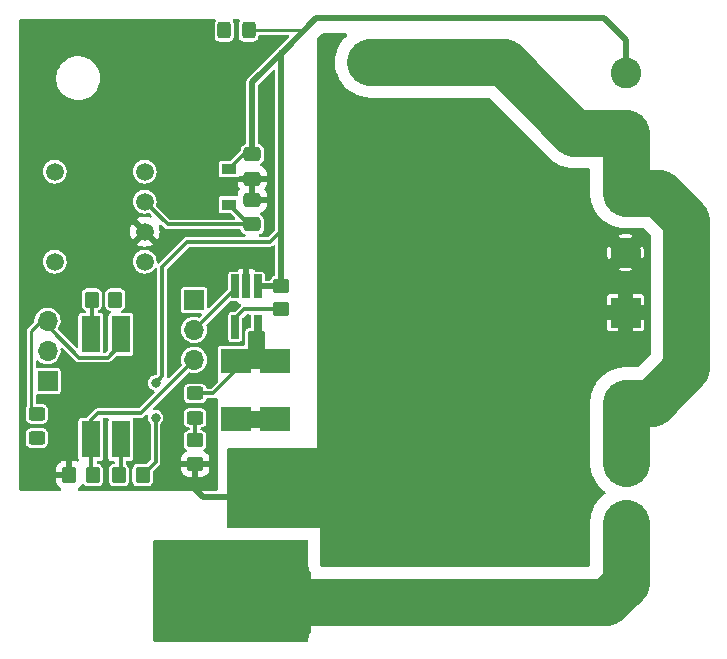
<source format=gtl>
G04 #@! TF.GenerationSoftware,KiCad,Pcbnew,(6.0.6)*
G04 #@! TF.CreationDate,2022-08-27T12:11:26+02:00*
G04 #@! TF.ProjectId,switched-load-module,73776974-6368-4656-942d-6c6f61642d6d,rev?*
G04 #@! TF.SameCoordinates,Original*
G04 #@! TF.FileFunction,Copper,L1,Top*
G04 #@! TF.FilePolarity,Positive*
%FSLAX46Y46*%
G04 Gerber Fmt 4.6, Leading zero omitted, Abs format (unit mm)*
G04 Created by KiCad (PCBNEW (6.0.6)) date 2022-08-27 12:11:26*
%MOMM*%
%LPD*%
G01*
G04 APERTURE LIST*
G04 Aperture macros list*
%AMRoundRect*
0 Rectangle with rounded corners*
0 $1 Rounding radius*
0 $2 $3 $4 $5 $6 $7 $8 $9 X,Y pos of 4 corners*
0 Add a 4 corners polygon primitive as box body*
4,1,4,$2,$3,$4,$5,$6,$7,$8,$9,$2,$3,0*
0 Add four circle primitives for the rounded corners*
1,1,$1+$1,$2,$3*
1,1,$1+$1,$4,$5*
1,1,$1+$1,$6,$7*
1,1,$1+$1,$8,$9*
0 Add four rect primitives between the rounded corners*
20,1,$1+$1,$2,$3,$4,$5,0*
20,1,$1+$1,$4,$5,$6,$7,0*
20,1,$1+$1,$6,$7,$8,$9,0*
20,1,$1+$1,$8,$9,$2,$3,0*%
%AMFreePoly0*
4,1,9,3.862500,-0.866500,0.737500,-0.866500,0.737500,-0.450000,-0.737500,-0.450000,-0.737500,0.450000,0.737500,0.450000,0.737500,0.866500,3.862500,0.866500,3.862500,-0.866500,3.862500,-0.866500,$1*%
G04 Aperture macros list end*
G04 #@! TA.AperFunction,SMDPad,CuDef*
%ADD10RoundRect,0.250000X0.450000X-0.350000X0.450000X0.350000X-0.450000X0.350000X-0.450000X-0.350000X0*%
G04 #@! TD*
G04 #@! TA.AperFunction,SMDPad,CuDef*
%ADD11R,1.800000X2.500000*%
G04 #@! TD*
G04 #@! TA.AperFunction,ComponentPad*
%ADD12C,1.515000*%
G04 #@! TD*
G04 #@! TA.AperFunction,SMDPad,CuDef*
%ADD13RoundRect,0.250000X0.475000X-0.337500X0.475000X0.337500X-0.475000X0.337500X-0.475000X-0.337500X0*%
G04 #@! TD*
G04 #@! TA.AperFunction,SMDPad,CuDef*
%ADD14RoundRect,0.250000X-0.475000X0.337500X-0.475000X-0.337500X0.475000X-0.337500X0.475000X0.337500X0*%
G04 #@! TD*
G04 #@! TA.AperFunction,SMDPad,CuDef*
%ADD15R,2.600000X2.100000*%
G04 #@! TD*
G04 #@! TA.AperFunction,ComponentPad*
%ADD16R,2.600000X2.600000*%
G04 #@! TD*
G04 #@! TA.AperFunction,ComponentPad*
%ADD17C,2.600000*%
G04 #@! TD*
G04 #@! TA.AperFunction,SMDPad,CuDef*
%ADD18RoundRect,0.250000X-0.350000X-0.450000X0.350000X-0.450000X0.350000X0.450000X-0.350000X0.450000X0*%
G04 #@! TD*
G04 #@! TA.AperFunction,SMDPad,CuDef*
%ADD19RoundRect,0.250000X0.450000X-0.325000X0.450000X0.325000X-0.450000X0.325000X-0.450000X-0.325000X0*%
G04 #@! TD*
G04 #@! TA.AperFunction,ComponentPad*
%ADD20R,1.700000X1.700000*%
G04 #@! TD*
G04 #@! TA.AperFunction,ComponentPad*
%ADD21O,1.700000X1.700000*%
G04 #@! TD*
G04 #@! TA.AperFunction,ComponentPad*
%ADD22C,2.400000*%
G04 #@! TD*
G04 #@! TA.AperFunction,ComponentPad*
%ADD23O,2.400000X2.400000*%
G04 #@! TD*
G04 #@! TA.AperFunction,SMDPad,CuDef*
%ADD24RoundRect,0.250000X0.350000X0.450000X-0.350000X0.450000X-0.350000X-0.450000X0.350000X-0.450000X0*%
G04 #@! TD*
G04 #@! TA.AperFunction,SMDPad,CuDef*
%ADD25RoundRect,0.250000X-0.325000X-0.450000X0.325000X-0.450000X0.325000X0.450000X-0.325000X0.450000X0*%
G04 #@! TD*
G04 #@! TA.AperFunction,SMDPad,CuDef*
%ADD26RoundRect,0.250000X-0.450000X0.350000X-0.450000X-0.350000X0.450000X-0.350000X0.450000X0.350000X0*%
G04 #@! TD*
G04 #@! TA.AperFunction,SMDPad,CuDef*
%ADD27R,1.300000X0.900000*%
G04 #@! TD*
G04 #@! TA.AperFunction,SMDPad,CuDef*
%ADD28FreePoly0,180.000000*%
G04 #@! TD*
G04 #@! TA.AperFunction,SMDPad,CuDef*
%ADD29R,0.650000X2.000000*%
G04 #@! TD*
G04 #@! TA.AperFunction,SMDPad,CuDef*
%ADD30R,1.600000X3.100000*%
G04 #@! TD*
G04 #@! TA.AperFunction,ViaPad*
%ADD31C,0.800000*%
G04 #@! TD*
G04 #@! TA.AperFunction,ViaPad*
%ADD32C,1.600000*%
G04 #@! TD*
G04 #@! TA.AperFunction,Conductor*
%ADD33C,0.500000*%
G04 #@! TD*
G04 #@! TA.AperFunction,Conductor*
%ADD34C,0.300000*%
G04 #@! TD*
G04 #@! TA.AperFunction,Conductor*
%ADD35C,0.254000*%
G04 #@! TD*
G04 #@! TA.AperFunction,Conductor*
%ADD36C,4.000000*%
G04 #@! TD*
G04 APERTURE END LIST*
D10*
X61550000Y-69837500D03*
X61550000Y-67837500D03*
D11*
X62150000Y-90900000D03*
X62150000Y-86900000D03*
D12*
X49984000Y-65780000D03*
X49984000Y-63240000D03*
X49984000Y-60700000D03*
X49984000Y-58160000D03*
X42364000Y-58160000D03*
X42364000Y-65780000D03*
D13*
X59087500Y-58750000D03*
X59087500Y-56675000D03*
D14*
X59087500Y-60562500D03*
X59087500Y-62637500D03*
D15*
X57750000Y-79100000D03*
X57750000Y-74200000D03*
D16*
X90705000Y-92970000D03*
D17*
X90705000Y-87890000D03*
X90705000Y-82810000D03*
X90705000Y-77730000D03*
D18*
X45500000Y-69000000D03*
X47500000Y-69000000D03*
D19*
X54250000Y-79000000D03*
X54250000Y-76950000D03*
D20*
X54150000Y-69025000D03*
D21*
X54150000Y-71565000D03*
X54150000Y-74105000D03*
D22*
X79150000Y-94600000D03*
D23*
X79150000Y-48880000D03*
D15*
X61000000Y-74200000D03*
X61000000Y-79100000D03*
D24*
X49800000Y-83850000D03*
X47800000Y-83850000D03*
D25*
X56725000Y-46200000D03*
X58775000Y-46200000D03*
D20*
X41755000Y-75895000D03*
D21*
X41755000Y-73355000D03*
X41755000Y-70815000D03*
D19*
X40850000Y-80725000D03*
X40850000Y-78675000D03*
D22*
X69100000Y-94610000D03*
D23*
X69100000Y-48890000D03*
D16*
X90700000Y-70100000D03*
D17*
X90700000Y-65020000D03*
X90700000Y-59940000D03*
X90700000Y-54860000D03*
X90700000Y-49780000D03*
D24*
X45600000Y-83850000D03*
X43600000Y-83850000D03*
D26*
X54250000Y-80925000D03*
X54250000Y-82925000D03*
D27*
X57137500Y-60950000D03*
D28*
X57050000Y-59450000D03*
D27*
X57137500Y-57950000D03*
D29*
X59550000Y-67890000D03*
X58600000Y-67890000D03*
X57650000Y-67890000D03*
X57650000Y-71310000D03*
X59550000Y-71310000D03*
D30*
X47970000Y-71955000D03*
X45430000Y-71955000D03*
X45430000Y-80845000D03*
X47970000Y-80845000D03*
D31*
X52100000Y-82800000D03*
X53790000Y-66640000D03*
X53830000Y-65400000D03*
X55490000Y-65190000D03*
X57440000Y-65760000D03*
X59520000Y-65800000D03*
X57100000Y-55000000D03*
D32*
X58040000Y-84100000D03*
D31*
X57100000Y-52000000D03*
D32*
X64040000Y-84100000D03*
X62160000Y-87190000D03*
X62040000Y-84100000D03*
D31*
X57100000Y-53500000D03*
D32*
X60040000Y-84100000D03*
X59610000Y-87190000D03*
D31*
X50900000Y-79000000D03*
X50900000Y-76050000D03*
X61550000Y-67850000D03*
D32*
X57375000Y-91150000D03*
X55400000Y-91150000D03*
X59350000Y-95650000D03*
X57375000Y-95650000D03*
X59300000Y-93450000D03*
X55400000Y-93400000D03*
X55400000Y-95650000D03*
X57300000Y-93400000D03*
X59350000Y-91150000D03*
D31*
X47500000Y-69000000D03*
X57740000Y-79110000D03*
X61550000Y-69837500D03*
X40850000Y-80700000D03*
X56750000Y-46200000D03*
D33*
X54250000Y-85050000D02*
X54950000Y-85750000D01*
X54250000Y-82925000D02*
X54250000Y-85050000D01*
X54950000Y-85750000D02*
X58050000Y-85750000D01*
D34*
X59087500Y-62637500D02*
X51921500Y-62637500D01*
X51921500Y-62637500D02*
X49984000Y-60700000D01*
X59087500Y-62637500D02*
X58825000Y-62637500D01*
X58825000Y-62637500D02*
X57137500Y-60950000D01*
D33*
X61775000Y-47925000D02*
X59087500Y-50612500D01*
D35*
X63500000Y-46200000D02*
X64500000Y-45200000D01*
D34*
X50900000Y-76050000D02*
X51450000Y-75500000D01*
X53600000Y-64100000D02*
X60600000Y-64100000D01*
D33*
X90700000Y-47000000D02*
X90700000Y-50480000D01*
X61550000Y-63150000D02*
X61550000Y-48150000D01*
D34*
X51450000Y-66250000D02*
X53600000Y-64100000D01*
D33*
X88900000Y-45200000D02*
X90700000Y-47000000D01*
X59550000Y-67890000D02*
X61510000Y-67890000D01*
D34*
X50900000Y-82750000D02*
X50900000Y-79000000D01*
D33*
X61550000Y-67837500D02*
X61550000Y-63150000D01*
X64500000Y-45200000D02*
X88900000Y-45200000D01*
D35*
X58775000Y-46200000D02*
X63500000Y-46200000D01*
D34*
X49800000Y-83850000D02*
X50900000Y-82750000D01*
D33*
X61775000Y-47925000D02*
X64500000Y-45200000D01*
D34*
X51450000Y-75500000D02*
X51450000Y-66250000D01*
D33*
X61510000Y-67890000D02*
X61550000Y-67850000D01*
D34*
X60600000Y-64100000D02*
X61550000Y-63150000D01*
D33*
X59087500Y-50612500D02*
X59087500Y-56675000D01*
D34*
X58412500Y-56675000D02*
X57137500Y-57950000D01*
X59087500Y-56675000D02*
X58412500Y-56675000D01*
D33*
X61550000Y-48150000D02*
X61775000Y-47925000D01*
D34*
X54250000Y-79000000D02*
X54250000Y-80925000D01*
X57750000Y-74200000D02*
X57750000Y-75000000D01*
X55800000Y-76950000D02*
X54250000Y-76950000D01*
X57750000Y-75000000D02*
X55800000Y-76950000D01*
X46841000Y-73909000D02*
X47970000Y-72780000D01*
X47970000Y-72780000D02*
X47970000Y-71955000D01*
X42105000Y-71564000D02*
X44450000Y-73909000D01*
X42105000Y-70815000D02*
X42105000Y-71564000D01*
X44450000Y-73909000D02*
X46841000Y-73909000D01*
D35*
X40850000Y-78675000D02*
X40400000Y-78225000D01*
X40400000Y-71650000D02*
X41235000Y-70815000D01*
X40400000Y-78225000D02*
X40400000Y-71650000D01*
X41235000Y-70815000D02*
X41755000Y-70815000D01*
D36*
X95850000Y-74800000D02*
X92920000Y-77730000D01*
X95850000Y-62300000D02*
X95850000Y-74800000D01*
X90700000Y-59940000D02*
X93490000Y-59940000D01*
X90705000Y-77730000D02*
X90705000Y-82810000D01*
X93490000Y-59940000D02*
X95850000Y-62300000D01*
X79140000Y-48890000D02*
X79150000Y-48880000D01*
X80380000Y-48880000D02*
X86360000Y-54860000D01*
X92920000Y-77730000D02*
X90705000Y-77730000D01*
X86360000Y-54860000D02*
X90700000Y-54860000D01*
X90700000Y-54860000D02*
X90700000Y-59940000D01*
X69100000Y-48890000D02*
X79140000Y-48890000D01*
X79150000Y-48880000D02*
X80380000Y-48880000D01*
X79150000Y-94600000D02*
X89075000Y-94600000D01*
X79140000Y-94610000D02*
X79150000Y-94600000D01*
X89075000Y-94600000D02*
X90705000Y-92970000D01*
X90705000Y-87890000D02*
X90705000Y-92970000D01*
X69100000Y-94610000D02*
X79140000Y-94610000D01*
X69100000Y-94610000D02*
X62660000Y-94610000D01*
D34*
X57650000Y-67890000D02*
X57650000Y-68065000D01*
X57650000Y-68065000D02*
X54150000Y-71565000D01*
X45430000Y-83680000D02*
X45600000Y-83850000D01*
X45430000Y-79220000D02*
X46050000Y-78600000D01*
X46050000Y-78600000D02*
X49655000Y-78600000D01*
X45430000Y-80845000D02*
X45430000Y-79220000D01*
X45430000Y-80845000D02*
X45430000Y-83680000D01*
X49655000Y-78600000D02*
X54150000Y-74105000D01*
X47800000Y-83850000D02*
X47970000Y-83680000D01*
X47970000Y-83680000D02*
X47970000Y-80845000D01*
X45500000Y-69000000D02*
X45500000Y-71885000D01*
X45500000Y-71885000D02*
X45430000Y-71955000D01*
X57650000Y-70600000D02*
X57650000Y-71310000D01*
X58412500Y-69837500D02*
X57650000Y-70600000D01*
X61550000Y-69837500D02*
X58412500Y-69837500D01*
G04 #@! TA.AperFunction,Conductor*
G36*
X60092121Y-71670002D02*
G01*
X60138614Y-71723658D01*
X60150000Y-71776000D01*
X60150000Y-74724000D01*
X60129998Y-74792121D01*
X60076342Y-74838614D01*
X60024000Y-74850000D01*
X58876000Y-74850000D01*
X58807879Y-74829998D01*
X58761386Y-74776342D01*
X58750000Y-74724000D01*
X58750000Y-71776000D01*
X58770002Y-71707879D01*
X58823658Y-71661386D01*
X58876000Y-71650000D01*
X60024000Y-71650000D01*
X60092121Y-71670002D01*
G37*
G04 #@! TD.AperFunction*
G04 #@! TA.AperFunction,Conductor*
G36*
X60292121Y-78470002D02*
G01*
X60338614Y-78523658D01*
X60350000Y-78576000D01*
X60350000Y-79724000D01*
X60329998Y-79792121D01*
X60276342Y-79838614D01*
X60224000Y-79850000D01*
X58676000Y-79850000D01*
X58607879Y-79829998D01*
X58561386Y-79776342D01*
X58550000Y-79724000D01*
X58550000Y-78576000D01*
X58570002Y-78507879D01*
X58623658Y-78461386D01*
X58676000Y-78450000D01*
X60224000Y-78450000D01*
X60292121Y-78470002D01*
G37*
G04 #@! TD.AperFunction*
G04 #@! TA.AperFunction,Conductor*
G36*
X57028266Y-89350646D02*
G01*
X57058432Y-89353713D01*
X57072823Y-89355177D01*
X57072824Y-89355177D01*
X57076000Y-89355500D01*
X63718500Y-89355500D01*
X63786621Y-89375502D01*
X63833114Y-89429158D01*
X63844500Y-89481500D01*
X63844500Y-91483500D01*
X63867478Y-91697229D01*
X63878864Y-91749571D01*
X63903395Y-91841266D01*
X63984487Y-92027856D01*
X63988159Y-92033080D01*
X64027084Y-92088460D01*
X64050000Y-92160915D01*
X64050000Y-97056792D01*
X64028725Y-97126854D01*
X63982004Y-97196690D01*
X63905231Y-97385099D01*
X63885229Y-97453220D01*
X63865083Y-97534094D01*
X63844500Y-97736500D01*
X63844500Y-97824000D01*
X63824498Y-97892121D01*
X63770842Y-97938614D01*
X63718500Y-97950000D01*
X50826000Y-97950000D01*
X50757879Y-97929998D01*
X50711386Y-97876342D01*
X50700000Y-97824000D01*
X50700000Y-89476000D01*
X50720002Y-89407879D01*
X50773658Y-89361386D01*
X50826000Y-89350000D01*
X57015521Y-89350000D01*
X57028266Y-89350646D01*
G37*
G04 #@! TD.AperFunction*
G04 #@! TA.AperFunction,Conductor*
G36*
X67064670Y-46470502D02*
G01*
X67111163Y-46524158D01*
X67121267Y-46594432D01*
X67091773Y-46659012D01*
X67082321Y-46668799D01*
X66930688Y-46809705D01*
X66928336Y-46812459D01*
X66928333Y-46812462D01*
X66792296Y-46971742D01*
X66705962Y-47072826D01*
X66703945Y-47075828D01*
X66703944Y-47075829D01*
X66693848Y-47090854D01*
X66512967Y-47360033D01*
X66354261Y-47667518D01*
X66231950Y-47991207D01*
X66147652Y-48326810D01*
X66128667Y-48471019D01*
X66108095Y-48627282D01*
X66102487Y-48669876D01*
X66097051Y-49015861D01*
X66131419Y-49360177D01*
X66132190Y-49363714D01*
X66132191Y-49363719D01*
X66198940Y-49669855D01*
X66205133Y-49698261D01*
X66317217Y-50025633D01*
X66466186Y-50337952D01*
X66468117Y-50341031D01*
X66468118Y-50341032D01*
X66495414Y-50384546D01*
X66650064Y-50631079D01*
X66866415Y-50901129D01*
X67112371Y-51144523D01*
X67115229Y-51146764D01*
X67162031Y-51183461D01*
X67384672Y-51358034D01*
X67679709Y-51538832D01*
X67682999Y-51540359D01*
X67683008Y-51540364D01*
X67944601Y-51661791D01*
X67993570Y-51684522D01*
X67997017Y-51685662D01*
X68318652Y-51792033D01*
X68318657Y-51792034D01*
X68322097Y-51793172D01*
X68325652Y-51793908D01*
X68325655Y-51793909D01*
X68657385Y-51862607D01*
X68657388Y-51862607D01*
X68660935Y-51863342D01*
X68814833Y-51877077D01*
X68962440Y-51890251D01*
X68962446Y-51890251D01*
X68965233Y-51890500D01*
X78967017Y-51890500D01*
X78975462Y-51890965D01*
X78975467Y-51890878D01*
X78979096Y-51891068D01*
X78982700Y-51891466D01*
X79094680Y-51890879D01*
X79162903Y-51910523D01*
X79184434Y-51927782D01*
X84116003Y-56859351D01*
X84121654Y-56865660D01*
X84121719Y-56865601D01*
X84124143Y-56868294D01*
X84126415Y-56871129D01*
X84128995Y-56873682D01*
X84257457Y-57000806D01*
X84257708Y-57001056D01*
X84300685Y-57044033D01*
X84302058Y-57045256D01*
X84302062Y-57045260D01*
X84302778Y-57045898D01*
X84307581Y-57050408D01*
X84350372Y-57092753D01*
X84372371Y-57114523D01*
X84375228Y-57116763D01*
X84375238Y-57116772D01*
X84431201Y-57160653D01*
X84437273Y-57165729D01*
X84483054Y-57206518D01*
X84493087Y-57215457D01*
X84496049Y-57217539D01*
X84496057Y-57217545D01*
X84567653Y-57267862D01*
X84572947Y-57271794D01*
X84644672Y-57328034D01*
X84665030Y-57340509D01*
X84708416Y-57367096D01*
X84715019Y-57371433D01*
X84776190Y-57414425D01*
X84779371Y-57416152D01*
X84779374Y-57416154D01*
X84856306Y-57457925D01*
X84862017Y-57461223D01*
X84939709Y-57508832D01*
X84943005Y-57510362D01*
X85007500Y-57540300D01*
X85014571Y-57543856D01*
X85080284Y-57579535D01*
X85098740Y-57586954D01*
X85164870Y-57613538D01*
X85170925Y-57616159D01*
X85253570Y-57654522D01*
X85257017Y-57655662D01*
X85324552Y-57677997D01*
X85331970Y-57680712D01*
X85401341Y-57708599D01*
X85404844Y-57709557D01*
X85404849Y-57709559D01*
X85454698Y-57723196D01*
X85489255Y-57732649D01*
X85495564Y-57734554D01*
X85578650Y-57762033D01*
X85578666Y-57762037D01*
X85582097Y-57763172D01*
X85585637Y-57763905D01*
X85585644Y-57763907D01*
X85655305Y-57778333D01*
X85663000Y-57780181D01*
X85735104Y-57799906D01*
X85738693Y-57800455D01*
X85738692Y-57800455D01*
X85825199Y-57813693D01*
X85831689Y-57814861D01*
X85901534Y-57829324D01*
X85920935Y-57833342D01*
X85924557Y-57833665D01*
X85924562Y-57833666D01*
X85995393Y-57839987D01*
X86003254Y-57840938D01*
X86077149Y-57852246D01*
X86168229Y-57855586D01*
X86174806Y-57856000D01*
X86182923Y-57856724D01*
X86222439Y-57860251D01*
X86222447Y-57860251D01*
X86225233Y-57860500D01*
X86299944Y-57860500D01*
X86304561Y-57860585D01*
X86419305Y-57864793D01*
X86419313Y-57864793D01*
X86422944Y-57864926D01*
X86426564Y-57864641D01*
X86426567Y-57864641D01*
X86474249Y-57860888D01*
X86484135Y-57860500D01*
X87573500Y-57860500D01*
X87641621Y-57880502D01*
X87688114Y-57934158D01*
X87699500Y-57986500D01*
X87699500Y-59909029D01*
X87699484Y-59911008D01*
X87697051Y-60065861D01*
X87697412Y-60069475D01*
X87697412Y-60069481D01*
X87707731Y-60172861D01*
X87708145Y-60178122D01*
X87714334Y-60285453D01*
X87714957Y-60289022D01*
X87714957Y-60289023D01*
X87724369Y-60342952D01*
X87725622Y-60352100D01*
X87731419Y-60410177D01*
X87732192Y-60413722D01*
X87754323Y-60515227D01*
X87755339Y-60520404D01*
X87773826Y-60626328D01*
X87790405Y-60682297D01*
X87792697Y-60691225D01*
X87805133Y-60748261D01*
X87806308Y-60751692D01*
X87806308Y-60751693D01*
X87839967Y-60850002D01*
X87841571Y-60855031D01*
X87871069Y-60954617D01*
X87871072Y-60954625D01*
X87872103Y-60958106D01*
X87873526Y-60961441D01*
X87895000Y-61011786D01*
X87898309Y-61020407D01*
X87917217Y-61075633D01*
X87918779Y-61078907D01*
X87963510Y-61172689D01*
X87965681Y-61177498D01*
X88007862Y-61276389D01*
X88009665Y-61279550D01*
X88009667Y-61279554D01*
X88036784Y-61327095D01*
X88041061Y-61335275D01*
X88066186Y-61387952D01*
X88068122Y-61391038D01*
X88123308Y-61479012D01*
X88126019Y-61483540D01*
X88179304Y-61576959D01*
X88181450Y-61579881D01*
X88181455Y-61579888D01*
X88213859Y-61623999D01*
X88219051Y-61631639D01*
X88250064Y-61681079D01*
X88317312Y-61765019D01*
X88320494Y-61769166D01*
X88382007Y-61852907D01*
X88382019Y-61852922D01*
X88384157Y-61855832D01*
X88408388Y-61881907D01*
X88423885Y-61898585D01*
X88429918Y-61905574D01*
X88452787Y-61934119D01*
X88466415Y-61951129D01*
X88542876Y-62026795D01*
X88546499Y-62030534D01*
X88619705Y-62109312D01*
X88622455Y-62111661D01*
X88622472Y-62111677D01*
X88664091Y-62147222D01*
X88670878Y-62153462D01*
X88712371Y-62194523D01*
X88715238Y-62196771D01*
X88796978Y-62260864D01*
X88801061Y-62264205D01*
X88882826Y-62334038D01*
X88931264Y-62366587D01*
X88938732Y-62372013D01*
X88984672Y-62408034D01*
X88987771Y-62409933D01*
X89076347Y-62464213D01*
X89080787Y-62467063D01*
X89170033Y-62527033D01*
X89173265Y-62528701D01*
X89221902Y-62553805D01*
X89229942Y-62558335D01*
X89279709Y-62588832D01*
X89377233Y-62634101D01*
X89381946Y-62636411D01*
X89474279Y-62684068D01*
X89474290Y-62684073D01*
X89477518Y-62685739D01*
X89519298Y-62701526D01*
X89532125Y-62706373D01*
X89540639Y-62709952D01*
X89593570Y-62734522D01*
X89597016Y-62735662D01*
X89597022Y-62735664D01*
X89695655Y-62768283D01*
X89700621Y-62770042D01*
X89801207Y-62808050D01*
X89804723Y-62808933D01*
X89804732Y-62808936D01*
X89857811Y-62822268D01*
X89866680Y-62824845D01*
X89918641Y-62842030D01*
X89918656Y-62842034D01*
X89922097Y-62843172D01*
X89925652Y-62843908D01*
X89925655Y-62843909D01*
X90027375Y-62864974D01*
X90032519Y-62866152D01*
X90136810Y-62892348D01*
X90194681Y-62899966D01*
X90203768Y-62901503D01*
X90260935Y-62913342D01*
X90264554Y-62913665D01*
X90264561Y-62913666D01*
X90334121Y-62919874D01*
X90368041Y-62922901D01*
X90373265Y-62923478D01*
X90410612Y-62928394D01*
X90476272Y-62937039D01*
X90476280Y-62937040D01*
X90479876Y-62937513D01*
X90538232Y-62938429D01*
X90547434Y-62938911D01*
X90565233Y-62940500D01*
X90669029Y-62940500D01*
X90671008Y-62940516D01*
X90822220Y-62942892D01*
X90822224Y-62942892D01*
X90825861Y-62942949D01*
X90829474Y-62942588D01*
X90829482Y-62942588D01*
X90844156Y-62941123D01*
X90856670Y-62940500D01*
X92194962Y-62940500D01*
X92263083Y-62960502D01*
X92284057Y-62977405D01*
X92812595Y-63505943D01*
X92846621Y-63568255D01*
X92849500Y-63595038D01*
X92849500Y-73504962D01*
X92829498Y-73573083D01*
X92812595Y-73594057D01*
X91714057Y-74692595D01*
X91651745Y-74726621D01*
X91624962Y-74729500D01*
X90735971Y-74729500D01*
X90733992Y-74729484D01*
X90582781Y-74727108D01*
X90582777Y-74727108D01*
X90579139Y-74727051D01*
X90575525Y-74727412D01*
X90575519Y-74727412D01*
X90472139Y-74737731D01*
X90466878Y-74738145D01*
X90363167Y-74744125D01*
X90363163Y-74744126D01*
X90359547Y-74744334D01*
X90355978Y-74744957D01*
X90355977Y-74744957D01*
X90302048Y-74754369D01*
X90292900Y-74755622D01*
X90276434Y-74757266D01*
X90234823Y-74761419D01*
X90231277Y-74762192D01*
X90231278Y-74762192D01*
X90129773Y-74784323D01*
X90124596Y-74785339D01*
X90018672Y-74803826D01*
X89962703Y-74820405D01*
X89953772Y-74822698D01*
X89900288Y-74834359D01*
X89900285Y-74834360D01*
X89896739Y-74835133D01*
X89893308Y-74836308D01*
X89893307Y-74836308D01*
X89794998Y-74869967D01*
X89789969Y-74871571D01*
X89690383Y-74901069D01*
X89690375Y-74901072D01*
X89686894Y-74902103D01*
X89633214Y-74925000D01*
X89624593Y-74928309D01*
X89573075Y-74945948D01*
X89569367Y-74947217D01*
X89502831Y-74978953D01*
X89472311Y-74993510D01*
X89467502Y-74995681D01*
X89368611Y-75037862D01*
X89365450Y-75039665D01*
X89365446Y-75039667D01*
X89317905Y-75066784D01*
X89309725Y-75071061D01*
X89257048Y-75096186D01*
X89253962Y-75098122D01*
X89165988Y-75153308D01*
X89161460Y-75156019D01*
X89068041Y-75209304D01*
X89065119Y-75211450D01*
X89065112Y-75211455D01*
X89021001Y-75243859D01*
X89013361Y-75249051D01*
X88963921Y-75280064D01*
X88879981Y-75347312D01*
X88875834Y-75350494D01*
X88792093Y-75412007D01*
X88792078Y-75412019D01*
X88789168Y-75414157D01*
X88774178Y-75428087D01*
X88746415Y-75453885D01*
X88739426Y-75459918D01*
X88696704Y-75494145D01*
X88693871Y-75496415D01*
X88618205Y-75572876D01*
X88614466Y-75576499D01*
X88535688Y-75649705D01*
X88533339Y-75652455D01*
X88533323Y-75652472D01*
X88497778Y-75694091D01*
X88491538Y-75700878D01*
X88450477Y-75742371D01*
X88448229Y-75745238D01*
X88384136Y-75826978D01*
X88380795Y-75831061D01*
X88310962Y-75912826D01*
X88278517Y-75961109D01*
X88278413Y-75961264D01*
X88272987Y-75968732D01*
X88236966Y-76014672D01*
X88235067Y-76017771D01*
X88180787Y-76106347D01*
X88177937Y-76110787D01*
X88117967Y-76200033D01*
X88091919Y-76250500D01*
X88091195Y-76251902D01*
X88086665Y-76259942D01*
X88056168Y-76309709D01*
X88010899Y-76407233D01*
X88008589Y-76411946D01*
X87960932Y-76504279D01*
X87960927Y-76504290D01*
X87959261Y-76507518D01*
X87957977Y-76510917D01*
X87938627Y-76562125D01*
X87935048Y-76570639D01*
X87910478Y-76623570D01*
X87909338Y-76627016D01*
X87909336Y-76627022D01*
X87876717Y-76725655D01*
X87874958Y-76730621D01*
X87836950Y-76831207D01*
X87836067Y-76834723D01*
X87836064Y-76834732D01*
X87822732Y-76887811D01*
X87820155Y-76896680D01*
X87802970Y-76948641D01*
X87802966Y-76948656D01*
X87801828Y-76952097D01*
X87801092Y-76955652D01*
X87801091Y-76955655D01*
X87780026Y-77057375D01*
X87778848Y-77062519D01*
X87752652Y-77166810D01*
X87752178Y-77170411D01*
X87745035Y-77224673D01*
X87743497Y-77233768D01*
X87731658Y-77290935D01*
X87731335Y-77294554D01*
X87731334Y-77294561D01*
X87722100Y-77398032D01*
X87721521Y-77403278D01*
X87709261Y-77496404D01*
X87707487Y-77509876D01*
X87706954Y-77543848D01*
X87706571Y-77568223D01*
X87706089Y-77577434D01*
X87704500Y-77595233D01*
X87704500Y-77699029D01*
X87704484Y-77701008D01*
X87702341Y-77837431D01*
X87702051Y-77855861D01*
X87702412Y-77859474D01*
X87702412Y-77859482D01*
X87703877Y-77874156D01*
X87704500Y-77886670D01*
X87704500Y-82898189D01*
X87719334Y-83155453D01*
X87719957Y-83159022D01*
X87719957Y-83159023D01*
X87735042Y-83245454D01*
X87778826Y-83496328D01*
X87877103Y-83828106D01*
X88012862Y-84146389D01*
X88184304Y-84446959D01*
X88186443Y-84449871D01*
X88186445Y-84449874D01*
X88260306Y-84550422D01*
X88389157Y-84725832D01*
X88624705Y-84979312D01*
X88887826Y-85204038D01*
X88890819Y-85206049D01*
X88890828Y-85206056D01*
X88947061Y-85243842D01*
X88992446Y-85298438D01*
X89001109Y-85368904D01*
X88970301Y-85432868D01*
X88955569Y-85446755D01*
X88693871Y-85656415D01*
X88450477Y-85902371D01*
X88236966Y-86174672D01*
X88056168Y-86469709D01*
X88054641Y-86472999D01*
X88054636Y-86473008D01*
X88015672Y-86556949D01*
X87910478Y-86783570D01*
X87801828Y-87112097D01*
X87731658Y-87450935D01*
X87704500Y-87755233D01*
X87704500Y-91473500D01*
X87684498Y-91541621D01*
X87630842Y-91588114D01*
X87578500Y-91599500D01*
X79322983Y-91599500D01*
X79314538Y-91599035D01*
X79314533Y-91599122D01*
X79310904Y-91598932D01*
X79307300Y-91598534D01*
X79195015Y-91599122D01*
X79123213Y-91599498D01*
X79122553Y-91599500D01*
X79061811Y-91599500D01*
X79060031Y-91599603D01*
X79059979Y-91599604D01*
X79058977Y-91599662D01*
X79052409Y-91599868D01*
X78971362Y-91600293D01*
X78961277Y-91600346D01*
X78957676Y-91600782D01*
X78957672Y-91600782D01*
X78893176Y-91608587D01*
X78878039Y-91609500D01*
X64976000Y-91609500D01*
X64907879Y-91589498D01*
X64861386Y-91535842D01*
X64850000Y-91483500D01*
X64850000Y-88350000D01*
X57076000Y-88350000D01*
X57007879Y-88329998D01*
X56961386Y-88276342D01*
X56950000Y-88224000D01*
X56950000Y-81706000D01*
X56970002Y-81637879D01*
X57023658Y-81591386D01*
X57076000Y-81580000D01*
X64550000Y-81580000D01*
X64550000Y-71418828D01*
X89146001Y-71418828D01*
X89147209Y-71431088D01*
X89158315Y-71486931D01*
X89167633Y-71509427D01*
X89209983Y-71572808D01*
X89227192Y-71590017D01*
X89290575Y-71632368D01*
X89313066Y-71641684D01*
X89368915Y-71652793D01*
X89381170Y-71654000D01*
X90056885Y-71654000D01*
X90072124Y-71649525D01*
X90073329Y-71648135D01*
X90075000Y-71640452D01*
X90075000Y-71635884D01*
X91325000Y-71635884D01*
X91329475Y-71651123D01*
X91330865Y-71652328D01*
X91338548Y-71653999D01*
X92018828Y-71653999D01*
X92031088Y-71652791D01*
X92086931Y-71641685D01*
X92109427Y-71632367D01*
X92172808Y-71590017D01*
X92190017Y-71572808D01*
X92232368Y-71509425D01*
X92241684Y-71486934D01*
X92252793Y-71431085D01*
X92254000Y-71418830D01*
X92254000Y-70743115D01*
X92249525Y-70727876D01*
X92248135Y-70726671D01*
X92240452Y-70725000D01*
X91343115Y-70725000D01*
X91327876Y-70729475D01*
X91326671Y-70730865D01*
X91325000Y-70738548D01*
X91325000Y-71635884D01*
X90075000Y-71635884D01*
X90075000Y-70743115D01*
X90070525Y-70727876D01*
X90069135Y-70726671D01*
X90061452Y-70725000D01*
X89164116Y-70725000D01*
X89148877Y-70729475D01*
X89147672Y-70730865D01*
X89146001Y-70738548D01*
X89146001Y-71418828D01*
X64550000Y-71418828D01*
X64550000Y-69456885D01*
X89146000Y-69456885D01*
X89150475Y-69472124D01*
X89151865Y-69473329D01*
X89159548Y-69475000D01*
X90056885Y-69475000D01*
X90072124Y-69470525D01*
X90073329Y-69469135D01*
X90075000Y-69461452D01*
X90075000Y-69456885D01*
X91325000Y-69456885D01*
X91329475Y-69472124D01*
X91330865Y-69473329D01*
X91338548Y-69475000D01*
X92235884Y-69475000D01*
X92251123Y-69470525D01*
X92252328Y-69469135D01*
X92253999Y-69461452D01*
X92253999Y-68781172D01*
X92252791Y-68768912D01*
X92241685Y-68713069D01*
X92232367Y-68690573D01*
X92190017Y-68627192D01*
X92172808Y-68609983D01*
X92109425Y-68567632D01*
X92086934Y-68558316D01*
X92031085Y-68547207D01*
X92018830Y-68546000D01*
X91343115Y-68546000D01*
X91327876Y-68550475D01*
X91326671Y-68551865D01*
X91325000Y-68559548D01*
X91325000Y-69456885D01*
X90075000Y-69456885D01*
X90075000Y-68564116D01*
X90070525Y-68548877D01*
X90069135Y-68547672D01*
X90061452Y-68546001D01*
X89381172Y-68546001D01*
X89368912Y-68547209D01*
X89313069Y-68558315D01*
X89290573Y-68567633D01*
X89227192Y-68609983D01*
X89209983Y-68627192D01*
X89167632Y-68690575D01*
X89158316Y-68713066D01*
X89147207Y-68768915D01*
X89146000Y-68781170D01*
X89146000Y-69456885D01*
X64550000Y-69456885D01*
X64550000Y-66467832D01*
X90141672Y-66467832D01*
X90144861Y-66472092D01*
X90213729Y-66500618D01*
X90223115Y-66503667D01*
X90451336Y-66558459D01*
X90461083Y-66560002D01*
X90695070Y-66578417D01*
X90704930Y-66578417D01*
X90938917Y-66560002D01*
X90948664Y-66558459D01*
X91176885Y-66503667D01*
X91186271Y-66500618D01*
X91247643Y-66475196D01*
X91258624Y-66466348D01*
X91257308Y-66461192D01*
X90712812Y-65916696D01*
X90698868Y-65909082D01*
X90697035Y-65909213D01*
X90690420Y-65913464D01*
X90148432Y-66455452D01*
X90141672Y-66467832D01*
X64550000Y-66467832D01*
X64550000Y-65024930D01*
X89141583Y-65024930D01*
X89159998Y-65258917D01*
X89161541Y-65268664D01*
X89216333Y-65496885D01*
X89219382Y-65506271D01*
X89244804Y-65567643D01*
X89253652Y-65578624D01*
X89258808Y-65577308D01*
X89803304Y-65032812D01*
X89809682Y-65021132D01*
X91589082Y-65021132D01*
X91589213Y-65022965D01*
X91593464Y-65029580D01*
X92135452Y-65571568D01*
X92147832Y-65578328D01*
X92152092Y-65575139D01*
X92180618Y-65506271D01*
X92183667Y-65496885D01*
X92238459Y-65268664D01*
X92240002Y-65258917D01*
X92258417Y-65024930D01*
X92258417Y-65015070D01*
X92240002Y-64781083D01*
X92238459Y-64771336D01*
X92183667Y-64543115D01*
X92180618Y-64533729D01*
X92155196Y-64472357D01*
X92146348Y-64461376D01*
X92141192Y-64462692D01*
X91596696Y-65007188D01*
X91589082Y-65021132D01*
X89809682Y-65021132D01*
X89810918Y-65018868D01*
X89810787Y-65017035D01*
X89806536Y-65010420D01*
X89264548Y-64468432D01*
X89252168Y-64461672D01*
X89247908Y-64464861D01*
X89219382Y-64533729D01*
X89216333Y-64543115D01*
X89161541Y-64771336D01*
X89159998Y-64781083D01*
X89141583Y-65015070D01*
X89141583Y-65024930D01*
X64550000Y-65024930D01*
X64550000Y-63573652D01*
X90141376Y-63573652D01*
X90142692Y-63578808D01*
X90687188Y-64123304D01*
X90701132Y-64130918D01*
X90702965Y-64130787D01*
X90709580Y-64126536D01*
X91251568Y-63584548D01*
X91258328Y-63572168D01*
X91255139Y-63567908D01*
X91186271Y-63539382D01*
X91176885Y-63536333D01*
X90948664Y-63481541D01*
X90938917Y-63479998D01*
X90704930Y-63461583D01*
X90695070Y-63461583D01*
X90461083Y-63479998D01*
X90451336Y-63481541D01*
X90223115Y-63536333D01*
X90213729Y-63539382D01*
X90152357Y-63564804D01*
X90141376Y-63573652D01*
X64550000Y-63573652D01*
X64550000Y-46970665D01*
X64570002Y-46902544D01*
X64586905Y-46881570D01*
X64981070Y-46487405D01*
X65043382Y-46453379D01*
X65070165Y-46450500D01*
X66996549Y-46450500D01*
X67064670Y-46470502D01*
G37*
G04 #@! TD.AperFunction*
G04 #@! TA.AperFunction,Conductor*
G36*
X55960448Y-45270002D02*
G01*
X56006941Y-45323658D01*
X56017045Y-45393932D01*
X55993153Y-45451565D01*
X55958311Y-45498054D01*
X55958309Y-45498057D01*
X55952929Y-45505236D01*
X55902202Y-45640552D01*
X55895500Y-45702244D01*
X55895500Y-46697756D01*
X55902202Y-46759448D01*
X55952929Y-46894764D01*
X55958309Y-46901943D01*
X55958311Y-46901946D01*
X56024287Y-46989977D01*
X56039596Y-47010404D01*
X56046776Y-47015785D01*
X56148054Y-47091689D01*
X56148057Y-47091691D01*
X56155236Y-47097071D01*
X56244954Y-47130704D01*
X56283157Y-47145026D01*
X56283159Y-47145026D01*
X56290552Y-47147798D01*
X56298402Y-47148651D01*
X56298403Y-47148651D01*
X56348847Y-47154131D01*
X56352244Y-47154500D01*
X57097756Y-47154500D01*
X57101153Y-47154131D01*
X57151597Y-47148651D01*
X57151598Y-47148651D01*
X57159448Y-47147798D01*
X57166841Y-47145026D01*
X57166843Y-47145026D01*
X57205046Y-47130704D01*
X57294764Y-47097071D01*
X57301943Y-47091691D01*
X57301946Y-47091689D01*
X57403224Y-47015785D01*
X57410404Y-47010404D01*
X57425713Y-46989977D01*
X57491689Y-46901946D01*
X57491691Y-46901943D01*
X57497071Y-46894764D01*
X57547798Y-46759448D01*
X57554500Y-46697756D01*
X57554500Y-45702244D01*
X57547798Y-45640552D01*
X57497071Y-45505236D01*
X57491691Y-45498057D01*
X57491689Y-45498054D01*
X57456847Y-45451565D01*
X57431999Y-45385058D01*
X57447052Y-45315676D01*
X57497226Y-45265446D01*
X57557673Y-45250000D01*
X57942327Y-45250000D01*
X58010448Y-45270002D01*
X58056941Y-45323658D01*
X58067045Y-45393932D01*
X58043153Y-45451565D01*
X58008311Y-45498054D01*
X58008309Y-45498057D01*
X58002929Y-45505236D01*
X57952202Y-45640552D01*
X57945500Y-45702244D01*
X57945500Y-46697756D01*
X57952202Y-46759448D01*
X58002929Y-46894764D01*
X58008309Y-46901943D01*
X58008311Y-46901946D01*
X58074287Y-46989977D01*
X58089596Y-47010404D01*
X58096776Y-47015785D01*
X58198054Y-47091689D01*
X58198057Y-47091691D01*
X58205236Y-47097071D01*
X58294954Y-47130704D01*
X58333157Y-47145026D01*
X58333159Y-47145026D01*
X58340552Y-47147798D01*
X58348402Y-47148651D01*
X58348403Y-47148651D01*
X58398847Y-47154131D01*
X58402244Y-47154500D01*
X59147756Y-47154500D01*
X59151153Y-47154131D01*
X59201597Y-47148651D01*
X59201598Y-47148651D01*
X59209448Y-47147798D01*
X59216841Y-47145026D01*
X59216843Y-47145026D01*
X59255046Y-47130704D01*
X59344764Y-47097071D01*
X59351943Y-47091691D01*
X59351946Y-47091689D01*
X59453224Y-47015785D01*
X59460404Y-47010404D01*
X59475713Y-46989977D01*
X59541689Y-46901946D01*
X59541691Y-46901943D01*
X59547071Y-46894764D01*
X59597798Y-46759448D01*
X59604500Y-46697756D01*
X59605169Y-46697829D01*
X59627808Y-46633754D01*
X59683896Y-46590227D01*
X59729972Y-46581500D01*
X62100839Y-46581500D01*
X62168960Y-46601502D01*
X62215453Y-46655158D01*
X62225557Y-46725432D01*
X62196063Y-46790012D01*
X62189934Y-46796595D01*
X61243206Y-47743323D01*
X61233766Y-47750865D01*
X61234089Y-47751245D01*
X61227253Y-47757063D01*
X61219661Y-47761853D01*
X61213719Y-47768581D01*
X61184329Y-47801859D01*
X61178983Y-47807546D01*
X58780706Y-50205823D01*
X58771266Y-50213365D01*
X58771589Y-50213745D01*
X58764753Y-50219563D01*
X58757161Y-50224353D01*
X58751219Y-50231081D01*
X58721829Y-50264359D01*
X58716483Y-50270046D01*
X58705149Y-50281380D01*
X58702464Y-50284963D01*
X58702462Y-50284965D01*
X58698947Y-50289655D01*
X58692562Y-50297498D01*
X58661499Y-50332670D01*
X58657686Y-50340792D01*
X58655846Y-50343593D01*
X58647437Y-50357588D01*
X58645815Y-50360551D01*
X58640430Y-50367736D01*
X58637277Y-50376146D01*
X58637276Y-50376148D01*
X58623954Y-50411682D01*
X58620030Y-50420995D01*
X58600083Y-50463482D01*
X58598701Y-50472356D01*
X58597715Y-50475583D01*
X58593575Y-50491366D01*
X58592854Y-50494644D01*
X58589702Y-50503052D01*
X58589037Y-50512003D01*
X58586224Y-50549857D01*
X58585070Y-50559904D01*
X58585040Y-50560100D01*
X58583000Y-50573197D01*
X58583000Y-50588562D01*
X58582654Y-50597899D01*
X58578993Y-50647167D01*
X58580866Y-50655942D01*
X58581459Y-50664638D01*
X58583000Y-50679238D01*
X58583000Y-55722403D01*
X58562998Y-55790524D01*
X58509342Y-55837017D01*
X58501229Y-55840385D01*
X58443852Y-55861895D01*
X58367736Y-55890429D01*
X58360557Y-55895809D01*
X58360554Y-55895811D01*
X58272523Y-55961787D01*
X58252096Y-55977096D01*
X58246715Y-55984276D01*
X58170811Y-56085554D01*
X58170809Y-56085557D01*
X58165429Y-56092736D01*
X58114702Y-56228052D01*
X58108000Y-56289744D01*
X58108000Y-56355260D01*
X58087998Y-56423381D01*
X58071095Y-56444355D01*
X57306855Y-57208595D01*
X57244543Y-57242621D01*
X57217760Y-57245500D01*
X56548042Y-57245501D01*
X56462434Y-57245501D01*
X56426682Y-57252612D01*
X56400374Y-57257844D01*
X56400372Y-57257845D01*
X56388199Y-57260266D01*
X56377879Y-57267161D01*
X56377878Y-57267162D01*
X56319390Y-57306243D01*
X56304016Y-57316516D01*
X56247766Y-57400699D01*
X56233000Y-57474933D01*
X56233001Y-58425066D01*
X56240112Y-58460818D01*
X56244415Y-58482452D01*
X56247766Y-58499301D01*
X56254661Y-58509621D01*
X56254662Y-58509622D01*
X56282976Y-58551996D01*
X56304016Y-58583484D01*
X56388199Y-58639734D01*
X56462433Y-58654500D01*
X57137390Y-58654500D01*
X57812566Y-58654499D01*
X57848318Y-58647388D01*
X57874626Y-58642156D01*
X57874628Y-58642155D01*
X57886801Y-58639734D01*
X57897121Y-58632839D01*
X57897122Y-58632838D01*
X57960668Y-58590377D01*
X57970984Y-58583484D01*
X57992024Y-58551996D01*
X58046502Y-58506470D01*
X58096788Y-58496000D01*
X60302384Y-58496000D01*
X60317623Y-58491525D01*
X60318828Y-58490135D01*
X60320499Y-58482452D01*
X60320499Y-58365405D01*
X60320162Y-58358886D01*
X60310243Y-58263294D01*
X60307351Y-58249900D01*
X60255912Y-58095716D01*
X60249739Y-58082538D01*
X60164437Y-57944693D01*
X60155401Y-57933292D01*
X60040671Y-57818761D01*
X60029260Y-57809749D01*
X59891257Y-57724684D01*
X59878074Y-57718536D01*
X59812490Y-57696783D01*
X59754130Y-57656353D01*
X59726893Y-57590788D01*
X59739426Y-57520907D01*
X59791647Y-57466670D01*
X59798857Y-57462723D01*
X59807264Y-57459571D01*
X59834004Y-57439531D01*
X59915724Y-57378285D01*
X59922904Y-57372904D01*
X59964836Y-57316954D01*
X60004189Y-57264446D01*
X60004191Y-57264443D01*
X60009571Y-57257264D01*
X60044823Y-57163229D01*
X60057526Y-57129343D01*
X60057526Y-57129341D01*
X60060298Y-57121948D01*
X60067000Y-57060256D01*
X60067000Y-56289744D01*
X60060298Y-56228052D01*
X60009571Y-56092736D01*
X60004191Y-56085557D01*
X60004189Y-56085554D01*
X59928285Y-55984276D01*
X59922904Y-55977096D01*
X59902477Y-55961787D01*
X59814446Y-55895811D01*
X59814443Y-55895809D01*
X59807264Y-55890429D01*
X59731148Y-55861895D01*
X59673771Y-55840385D01*
X59617006Y-55797744D01*
X59592306Y-55731182D01*
X59592000Y-55722403D01*
X59592000Y-50873661D01*
X59612002Y-50805540D01*
X59628905Y-50784566D01*
X60830405Y-49583066D01*
X60892717Y-49549040D01*
X60963532Y-49554105D01*
X61020368Y-49596652D01*
X61045179Y-49663172D01*
X61045500Y-49672161D01*
X61045500Y-63030260D01*
X61025498Y-63098381D01*
X61008595Y-63119355D01*
X60469355Y-63658595D01*
X60407043Y-63692621D01*
X60380260Y-63695500D01*
X59772942Y-63695500D01*
X59704821Y-63675498D01*
X59658328Y-63621842D01*
X59648224Y-63551568D01*
X59677718Y-63486988D01*
X59728713Y-63451518D01*
X59807264Y-63422071D01*
X59814443Y-63416691D01*
X59814446Y-63416689D01*
X59915724Y-63340785D01*
X59922904Y-63335404D01*
X59990302Y-63245475D01*
X60004189Y-63226946D01*
X60004191Y-63226943D01*
X60009571Y-63219764D01*
X60060298Y-63084448D01*
X60062737Y-63062002D01*
X60066631Y-63026153D01*
X60066631Y-63026152D01*
X60067000Y-63022756D01*
X60067000Y-62252244D01*
X60064875Y-62232679D01*
X60061151Y-62198403D01*
X60061151Y-62198402D01*
X60060298Y-62190552D01*
X60009571Y-62055236D01*
X60004191Y-62048057D01*
X60004189Y-62048054D01*
X59928285Y-61946776D01*
X59922904Y-61939596D01*
X59807264Y-61852929D01*
X59798855Y-61849777D01*
X59791626Y-61845819D01*
X59741479Y-61795562D01*
X59726464Y-61726171D01*
X59751348Y-61659678D01*
X59812257Y-61615774D01*
X59879284Y-61593412D01*
X59892462Y-61587239D01*
X60030307Y-61501937D01*
X60041708Y-61492901D01*
X60156239Y-61378171D01*
X60165251Y-61366760D01*
X60250316Y-61228757D01*
X60256463Y-61215576D01*
X60307638Y-61061290D01*
X60310505Y-61047914D01*
X60320172Y-60953562D01*
X60320500Y-60947146D01*
X60320500Y-60834615D01*
X60316025Y-60819376D01*
X60314635Y-60818171D01*
X60306952Y-60816500D01*
X58959500Y-60816500D01*
X58891379Y-60796498D01*
X58844886Y-60742842D01*
X58833500Y-60690500D01*
X58833500Y-60290385D01*
X59341500Y-60290385D01*
X59345975Y-60305624D01*
X59347365Y-60306829D01*
X59355048Y-60308500D01*
X60302384Y-60308500D01*
X60317623Y-60304025D01*
X60318828Y-60302635D01*
X60320499Y-60294952D01*
X60320499Y-60177905D01*
X60320162Y-60171386D01*
X60310243Y-60075794D01*
X60307351Y-60062400D01*
X60255912Y-59908216D01*
X60249739Y-59895038D01*
X60164437Y-59757193D01*
X60155401Y-59745793D01*
X60154934Y-59745326D01*
X60154716Y-59744928D01*
X60150854Y-59740055D01*
X60151688Y-59739394D01*
X60120854Y-59683044D01*
X60125856Y-59612224D01*
X60151921Y-59571591D01*
X60151701Y-59571417D01*
X60153464Y-59569185D01*
X60154782Y-59567130D01*
X60156240Y-59565669D01*
X60165251Y-59554260D01*
X60250316Y-59416257D01*
X60256463Y-59403076D01*
X60307638Y-59248790D01*
X60310505Y-59235414D01*
X60320172Y-59141062D01*
X60320500Y-59134646D01*
X60320500Y-59022115D01*
X60316025Y-59006876D01*
X60314635Y-59005671D01*
X60306952Y-59004000D01*
X59359615Y-59004000D01*
X59344376Y-59008475D01*
X59343171Y-59009865D01*
X59341500Y-59017548D01*
X59341500Y-60290385D01*
X58833500Y-60290385D01*
X58833500Y-59022115D01*
X58829025Y-59006876D01*
X58827635Y-59005671D01*
X58819952Y-59004000D01*
X57872616Y-59004000D01*
X57857377Y-59008475D01*
X57856172Y-59009865D01*
X57854501Y-59017548D01*
X57854501Y-59134595D01*
X57854838Y-59141114D01*
X57864757Y-59236706D01*
X57867649Y-59250100D01*
X57919088Y-59404284D01*
X57925261Y-59417462D01*
X58010563Y-59555307D01*
X58019599Y-59566707D01*
X58020066Y-59567174D01*
X58020284Y-59567572D01*
X58024146Y-59572445D01*
X58023312Y-59573106D01*
X58054146Y-59629456D01*
X58049144Y-59700276D01*
X58023079Y-59740909D01*
X58023299Y-59741083D01*
X58021536Y-59743315D01*
X58020218Y-59745370D01*
X58018760Y-59746831D01*
X58009749Y-59758240D01*
X57924684Y-59896243D01*
X57918537Y-59909424D01*
X57867362Y-60063710D01*
X57864495Y-60077086D01*
X57858833Y-60132343D01*
X57831991Y-60198070D01*
X57773876Y-60238852D01*
X57733489Y-60245500D01*
X56560432Y-60245501D01*
X56462434Y-60245501D01*
X56426682Y-60252612D01*
X56400374Y-60257844D01*
X56400372Y-60257845D01*
X56388199Y-60260266D01*
X56377879Y-60267161D01*
X56377878Y-60267162D01*
X56324790Y-60302635D01*
X56304016Y-60316516D01*
X56247766Y-60400699D01*
X56233000Y-60474933D01*
X56233001Y-61425066D01*
X56247766Y-61499301D01*
X56254661Y-61509621D01*
X56254662Y-61509622D01*
X56295016Y-61570015D01*
X56304016Y-61583484D01*
X56388199Y-61639734D01*
X56462433Y-61654500D01*
X56548016Y-61654500D01*
X57217760Y-61654499D01*
X57285881Y-61674501D01*
X57306855Y-61691404D01*
X57633356Y-62017905D01*
X57667382Y-62080217D01*
X57662317Y-62151032D01*
X57619770Y-62207868D01*
X57553250Y-62232679D01*
X57544261Y-62233000D01*
X52141239Y-62233000D01*
X52073118Y-62212998D01*
X52052144Y-62196095D01*
X50982155Y-61126106D01*
X50948129Y-61063794D01*
X50951692Y-60997241D01*
X50975626Y-60925292D01*
X51000501Y-60728393D01*
X51000897Y-60700000D01*
X50981530Y-60502484D01*
X50979749Y-60496585D01*
X50979748Y-60496580D01*
X50925949Y-60318390D01*
X50924168Y-60312491D01*
X50863329Y-60198070D01*
X50833889Y-60142700D01*
X50833887Y-60142697D01*
X50830995Y-60137258D01*
X50827105Y-60132488D01*
X50827102Y-60132484D01*
X50709455Y-59988235D01*
X50709452Y-59988232D01*
X50705560Y-59983460D01*
X50699171Y-59978174D01*
X50557390Y-59860882D01*
X50552642Y-59856954D01*
X50547225Y-59854025D01*
X50547222Y-59854023D01*
X50383483Y-59765490D01*
X50383478Y-59765488D01*
X50378063Y-59762560D01*
X50188476Y-59703873D01*
X50182351Y-59703229D01*
X50182350Y-59703229D01*
X49997227Y-59683772D01*
X49997226Y-59683772D01*
X49991099Y-59683128D01*
X49868421Y-59694292D01*
X49799594Y-59700556D01*
X49799593Y-59700556D01*
X49793453Y-59701115D01*
X49787539Y-59702856D01*
X49787537Y-59702856D01*
X49663393Y-59739394D01*
X49603064Y-59757150D01*
X49427185Y-59849097D01*
X49272514Y-59973455D01*
X49144945Y-60125487D01*
X49141981Y-60130879D01*
X49141978Y-60130883D01*
X49105042Y-60198070D01*
X49049334Y-60299402D01*
X48989325Y-60488575D01*
X48988639Y-60494692D01*
X48988638Y-60494696D01*
X48967889Y-60679677D01*
X48967202Y-60685802D01*
X48967718Y-60691946D01*
X48978419Y-60819376D01*
X48983809Y-60883569D01*
X49038513Y-61074345D01*
X49041331Y-61079827D01*
X49041332Y-61079831D01*
X49126410Y-61245375D01*
X49126413Y-61245379D01*
X49129230Y-61250861D01*
X49252506Y-61406396D01*
X49257200Y-61410391D01*
X49281577Y-61431137D01*
X49403643Y-61535024D01*
X49576886Y-61631847D01*
X49765636Y-61693175D01*
X49962704Y-61716674D01*
X49968839Y-61716202D01*
X49968841Y-61716202D01*
X50154440Y-61701921D01*
X50154444Y-61701920D01*
X50160582Y-61701448D01*
X50287302Y-61666067D01*
X50358291Y-61667013D01*
X50410280Y-61698330D01*
X50551568Y-61839618D01*
X50585594Y-61901930D01*
X50580529Y-61972745D01*
X50537982Y-62029581D01*
X50471462Y-62054392D01*
X50419372Y-62047112D01*
X50413169Y-62044854D01*
X50209902Y-61990388D01*
X50199113Y-61988486D01*
X49989475Y-61970145D01*
X49978525Y-61970145D01*
X49768887Y-61988486D01*
X49758098Y-61990388D01*
X49554829Y-62044854D01*
X49544535Y-62048602D01*
X49353817Y-62137534D01*
X49344329Y-62143012D01*
X49301466Y-62173025D01*
X49293091Y-62183502D01*
X49300159Y-62196949D01*
X51027772Y-63924562D01*
X51039547Y-63930992D01*
X51051562Y-63921696D01*
X51080988Y-63879671D01*
X51086466Y-63870183D01*
X51175398Y-63679465D01*
X51179146Y-63669171D01*
X51233612Y-63465902D01*
X51235514Y-63455113D01*
X51253855Y-63245475D01*
X51253855Y-63234525D01*
X51235514Y-63024887D01*
X51233612Y-63014098D01*
X51179144Y-62810825D01*
X51176887Y-62804623D01*
X51172382Y-62733770D01*
X51206899Y-62671729D01*
X51269479Y-62638197D01*
X51340252Y-62643822D01*
X51384382Y-62672431D01*
X51680777Y-62968826D01*
X51700660Y-62978957D01*
X51717513Y-62989284D01*
X51735571Y-63002405D01*
X51756795Y-63009301D01*
X51775061Y-63016866D01*
X51794945Y-63026998D01*
X51804738Y-63028549D01*
X51816987Y-63030489D01*
X51836213Y-63035105D01*
X51848000Y-63038935D01*
X51848002Y-63038935D01*
X51857434Y-63042000D01*
X58011461Y-63042000D01*
X58079582Y-63062002D01*
X58126075Y-63115658D01*
X58129443Y-63123771D01*
X58165429Y-63219764D01*
X58170809Y-63226943D01*
X58170811Y-63226946D01*
X58184698Y-63245475D01*
X58252096Y-63335404D01*
X58259276Y-63340785D01*
X58360554Y-63416689D01*
X58360557Y-63416691D01*
X58367736Y-63422071D01*
X58446287Y-63451518D01*
X58503052Y-63494159D01*
X58527752Y-63560720D01*
X58512545Y-63630069D01*
X58462259Y-63680188D01*
X58402058Y-63695500D01*
X53535934Y-63695500D01*
X53526501Y-63698565D01*
X53514714Y-63702395D01*
X53495483Y-63707012D01*
X53489363Y-63707981D01*
X53483244Y-63708950D01*
X53483243Y-63708950D01*
X53473445Y-63710502D01*
X53464610Y-63715004D01*
X53464606Y-63715005D01*
X53453557Y-63720635D01*
X53435295Y-63728199D01*
X53423503Y-63732031D01*
X53423501Y-63732032D01*
X53414071Y-63735096D01*
X53396017Y-63748213D01*
X53379160Y-63758543D01*
X53359277Y-63768674D01*
X53336489Y-63791462D01*
X53336485Y-63791465D01*
X51214592Y-65913358D01*
X51152280Y-65947384D01*
X51081465Y-65942319D01*
X51024629Y-65899772D01*
X50999818Y-65833252D01*
X51000333Y-65815428D01*
X50999814Y-65815392D01*
X51000059Y-65811894D01*
X51000501Y-65808393D01*
X51000897Y-65780000D01*
X50981530Y-65582484D01*
X50979749Y-65576585D01*
X50979748Y-65576580D01*
X50925949Y-65398390D01*
X50924168Y-65392491D01*
X50830995Y-65217258D01*
X50827105Y-65212488D01*
X50827102Y-65212484D01*
X50709455Y-65068235D01*
X50709452Y-65068232D01*
X50705560Y-65063460D01*
X50699171Y-65058174D01*
X50557390Y-64940882D01*
X50552642Y-64936954D01*
X50547225Y-64934025D01*
X50547222Y-64934023D01*
X50383483Y-64845490D01*
X50383478Y-64845488D01*
X50378063Y-64842560D01*
X50188476Y-64783873D01*
X50182351Y-64783229D01*
X50182350Y-64783229D01*
X49997227Y-64763772D01*
X49997226Y-64763772D01*
X49991099Y-64763128D01*
X49868421Y-64774292D01*
X49799594Y-64780556D01*
X49799593Y-64780556D01*
X49793453Y-64781115D01*
X49787539Y-64782856D01*
X49787537Y-64782856D01*
X49657937Y-64821000D01*
X49603064Y-64837150D01*
X49427185Y-64929097D01*
X49272514Y-65053455D01*
X49144945Y-65205487D01*
X49141981Y-65210879D01*
X49141978Y-65210883D01*
X49135482Y-65222700D01*
X49049334Y-65379402D01*
X48989325Y-65568575D01*
X48988639Y-65574692D01*
X48988638Y-65574696D01*
X48967889Y-65759677D01*
X48967202Y-65765802D01*
X48967718Y-65771946D01*
X48982025Y-65942319D01*
X48983809Y-65963569D01*
X49038513Y-66154345D01*
X49041331Y-66159827D01*
X49041332Y-66159831D01*
X49126410Y-66325375D01*
X49126413Y-66325379D01*
X49129230Y-66330861D01*
X49252506Y-66486396D01*
X49257200Y-66490391D01*
X49368443Y-66585066D01*
X49403643Y-66615024D01*
X49576886Y-66711847D01*
X49765636Y-66773175D01*
X49962704Y-66796674D01*
X49968839Y-66796202D01*
X49968841Y-66796202D01*
X50154440Y-66781921D01*
X50154444Y-66781920D01*
X50160582Y-66781448D01*
X50351735Y-66728077D01*
X50435335Y-66685848D01*
X50523380Y-66641374D01*
X50523382Y-66641373D01*
X50528881Y-66638595D01*
X50542980Y-66627580D01*
X50597394Y-66585066D01*
X50685272Y-66516408D01*
X50689298Y-66511744D01*
X50689301Y-66511741D01*
X50810923Y-66370840D01*
X50810924Y-66370838D01*
X50814952Y-66366172D01*
X50817057Y-66362467D01*
X50872152Y-66318743D01*
X50942796Y-66311680D01*
X51006044Y-66343932D01*
X51041815Y-66405259D01*
X51045500Y-66435508D01*
X51045500Y-75269560D01*
X51025498Y-75337681D01*
X50971842Y-75384174D01*
X50918841Y-75395558D01*
X50824221Y-75395062D01*
X50816841Y-75396834D01*
X50816839Y-75396834D01*
X50677563Y-75430271D01*
X50677560Y-75430272D01*
X50670184Y-75432043D01*
X50529414Y-75504700D01*
X50410039Y-75608838D01*
X50318950Y-75738444D01*
X50261406Y-75886037D01*
X50260414Y-75893570D01*
X50260414Y-75893571D01*
X50250068Y-75972162D01*
X50240729Y-76043096D01*
X50249275Y-76120500D01*
X50249921Y-76126349D01*
X50258113Y-76200553D01*
X50260723Y-76207684D01*
X50260723Y-76207686D01*
X50284177Y-76271776D01*
X50312553Y-76349319D01*
X50316789Y-76355622D01*
X50316789Y-76355623D01*
X50338976Y-76388640D01*
X50400908Y-76480805D01*
X50406527Y-76485918D01*
X50406528Y-76485919D01*
X50447723Y-76523403D01*
X50518076Y-76587419D01*
X50657293Y-76663008D01*
X50664635Y-76664934D01*
X50664637Y-76664935D01*
X50732198Y-76682659D01*
X50793014Y-76719293D01*
X50824369Y-76782990D01*
X50816310Y-76853527D01*
X50789320Y-76893630D01*
X49524355Y-78158595D01*
X49462043Y-78192621D01*
X49435260Y-78195500D01*
X46018166Y-78195500D01*
X46018162Y-78195501D01*
X45985934Y-78195501D01*
X45976497Y-78198567D01*
X45976498Y-78198567D01*
X45964718Y-78202394D01*
X45945493Y-78207010D01*
X45923445Y-78210502D01*
X45903560Y-78220634D01*
X45885296Y-78228199D01*
X45873507Y-78232030D01*
X45873506Y-78232031D01*
X45864071Y-78235096D01*
X45856047Y-78240926D01*
X45856045Y-78240927D01*
X45846023Y-78248209D01*
X45829164Y-78258541D01*
X45809277Y-78268674D01*
X45786485Y-78291466D01*
X45121465Y-78956485D01*
X45121462Y-78956489D01*
X45098674Y-78979277D01*
X45094169Y-78988119D01*
X45093846Y-78988563D01*
X45037623Y-79031916D01*
X44991910Y-79040501D01*
X44604934Y-79040501D01*
X44569182Y-79047612D01*
X44542874Y-79052844D01*
X44542872Y-79052845D01*
X44530699Y-79055266D01*
X44520379Y-79062161D01*
X44520378Y-79062162D01*
X44496439Y-79078158D01*
X44446516Y-79111516D01*
X44390266Y-79195699D01*
X44375500Y-79269933D01*
X44375501Y-82420066D01*
X44390266Y-82494301D01*
X44397161Y-82504620D01*
X44397162Y-82504622D01*
X44403651Y-82514333D01*
X44424866Y-82582086D01*
X44406083Y-82650553D01*
X44353266Y-82697996D01*
X44283183Y-82709353D01*
X44259219Y-82703928D01*
X44111293Y-82654863D01*
X44097914Y-82651995D01*
X44003562Y-82642328D01*
X43997145Y-82642000D01*
X43872115Y-82642000D01*
X43856876Y-82646475D01*
X43855671Y-82647865D01*
X43854000Y-82655548D01*
X43854000Y-83978000D01*
X43833998Y-84046121D01*
X43780342Y-84092614D01*
X43728000Y-84104000D01*
X42510116Y-84104000D01*
X42494877Y-84108475D01*
X42493672Y-84109865D01*
X42492001Y-84117548D01*
X42492001Y-84347095D01*
X42492338Y-84353614D01*
X42502257Y-84449206D01*
X42505149Y-84462600D01*
X42556588Y-84616784D01*
X42562761Y-84629962D01*
X42648063Y-84767807D01*
X42657099Y-84779208D01*
X42771829Y-84893739D01*
X42783240Y-84902751D01*
X42838381Y-84936740D01*
X42885874Y-84989512D01*
X42897298Y-85059583D01*
X42869024Y-85124707D01*
X42810030Y-85164207D01*
X42772265Y-85170000D01*
X39476000Y-85170000D01*
X39407879Y-85149998D01*
X39361386Y-85096342D01*
X39350000Y-85044000D01*
X39350000Y-83577885D01*
X42492000Y-83577885D01*
X42496475Y-83593124D01*
X42497865Y-83594329D01*
X42505548Y-83596000D01*
X43327885Y-83596000D01*
X43343124Y-83591525D01*
X43344329Y-83590135D01*
X43346000Y-83582452D01*
X43346000Y-82660116D01*
X43341525Y-82644877D01*
X43340135Y-82643672D01*
X43332452Y-82642001D01*
X43202905Y-82642001D01*
X43196386Y-82642338D01*
X43100794Y-82652257D01*
X43087400Y-82655149D01*
X42933216Y-82706588D01*
X42920038Y-82712761D01*
X42782193Y-82798063D01*
X42770792Y-82807099D01*
X42656261Y-82921829D01*
X42647249Y-82933240D01*
X42562184Y-83071243D01*
X42556037Y-83084424D01*
X42504862Y-83238710D01*
X42501995Y-83252086D01*
X42492328Y-83346438D01*
X42492000Y-83352855D01*
X42492000Y-83577885D01*
X39350000Y-83577885D01*
X39350000Y-81097756D01*
X39895500Y-81097756D01*
X39902202Y-81159448D01*
X39952929Y-81294764D01*
X39958309Y-81301943D01*
X39958311Y-81301946D01*
X40014259Y-81376597D01*
X40039596Y-81410404D01*
X40046776Y-81415785D01*
X40148054Y-81491689D01*
X40148057Y-81491691D01*
X40155236Y-81497071D01*
X40234929Y-81526946D01*
X40283157Y-81545026D01*
X40283159Y-81545026D01*
X40290552Y-81547798D01*
X40298402Y-81548651D01*
X40298403Y-81548651D01*
X40348847Y-81554131D01*
X40352244Y-81554500D01*
X41347756Y-81554500D01*
X41351153Y-81554131D01*
X41401597Y-81548651D01*
X41401598Y-81548651D01*
X41409448Y-81547798D01*
X41416841Y-81545026D01*
X41416843Y-81545026D01*
X41465071Y-81526946D01*
X41544764Y-81497071D01*
X41551943Y-81491691D01*
X41551946Y-81491689D01*
X41653224Y-81415785D01*
X41660404Y-81410404D01*
X41685741Y-81376597D01*
X41741689Y-81301946D01*
X41741691Y-81301943D01*
X41747071Y-81294764D01*
X41797798Y-81159448D01*
X41804500Y-81097756D01*
X41804500Y-80352244D01*
X41797798Y-80290552D01*
X41747071Y-80155236D01*
X41741691Y-80148057D01*
X41741689Y-80148054D01*
X41665785Y-80046776D01*
X41660404Y-80039596D01*
X41593772Y-79989658D01*
X41551946Y-79958311D01*
X41551943Y-79958309D01*
X41544764Y-79952929D01*
X41431162Y-79910342D01*
X41416843Y-79904974D01*
X41416841Y-79904974D01*
X41409448Y-79902202D01*
X41401598Y-79901349D01*
X41401597Y-79901349D01*
X41351153Y-79895869D01*
X41351152Y-79895869D01*
X41347756Y-79895500D01*
X40352244Y-79895500D01*
X40348848Y-79895869D01*
X40348847Y-79895869D01*
X40298403Y-79901349D01*
X40298402Y-79901349D01*
X40290552Y-79902202D01*
X40283159Y-79904974D01*
X40283157Y-79904974D01*
X40268838Y-79910342D01*
X40155236Y-79952929D01*
X40148057Y-79958309D01*
X40148054Y-79958311D01*
X40106228Y-79989658D01*
X40039596Y-80039596D01*
X40034215Y-80046776D01*
X39958311Y-80148054D01*
X39958309Y-80148057D01*
X39952929Y-80155236D01*
X39902202Y-80290552D01*
X39895500Y-80352244D01*
X39895500Y-81097756D01*
X39350000Y-81097756D01*
X39350000Y-79047756D01*
X39895500Y-79047756D01*
X39902202Y-79109448D01*
X39952929Y-79244764D01*
X39958309Y-79251943D01*
X39958311Y-79251946D01*
X39998540Y-79305623D01*
X40039596Y-79360404D01*
X40046776Y-79365785D01*
X40148054Y-79441689D01*
X40148057Y-79441691D01*
X40155236Y-79447071D01*
X40236585Y-79477567D01*
X40283157Y-79495026D01*
X40283159Y-79495026D01*
X40290552Y-79497798D01*
X40298402Y-79498651D01*
X40298403Y-79498651D01*
X40348847Y-79504131D01*
X40352244Y-79504500D01*
X41347756Y-79504500D01*
X41351153Y-79504131D01*
X41401597Y-79498651D01*
X41401598Y-79498651D01*
X41409448Y-79497798D01*
X41416841Y-79495026D01*
X41416843Y-79495026D01*
X41463415Y-79477567D01*
X41544764Y-79447071D01*
X41551943Y-79441691D01*
X41551946Y-79441689D01*
X41653224Y-79365785D01*
X41660404Y-79360404D01*
X41701460Y-79305623D01*
X41741689Y-79251946D01*
X41741691Y-79251943D01*
X41747071Y-79244764D01*
X41797798Y-79109448D01*
X41804500Y-79047756D01*
X41804500Y-78302244D01*
X41800364Y-78264174D01*
X41798651Y-78248403D01*
X41798651Y-78248402D01*
X41797798Y-78240552D01*
X41794604Y-78232030D01*
X41759081Y-78137274D01*
X41747071Y-78105236D01*
X41741691Y-78098057D01*
X41741689Y-78098054D01*
X41665785Y-77996776D01*
X41660404Y-77989596D01*
X41608504Y-77950699D01*
X41551946Y-77908311D01*
X41551943Y-77908309D01*
X41544764Y-77902929D01*
X41447631Y-77866516D01*
X41416843Y-77854974D01*
X41416841Y-77854974D01*
X41409448Y-77852202D01*
X41401598Y-77851349D01*
X41401597Y-77851349D01*
X41351153Y-77845869D01*
X41351152Y-77845869D01*
X41347756Y-77845500D01*
X40907500Y-77845500D01*
X40839379Y-77825498D01*
X40792886Y-77771842D01*
X40781500Y-77719500D01*
X40781500Y-77125500D01*
X40801502Y-77057379D01*
X40855158Y-77010886D01*
X40907500Y-76999500D01*
X42309188Y-76999499D01*
X42630066Y-76999499D01*
X42665818Y-76992388D01*
X42692126Y-76987156D01*
X42692128Y-76987155D01*
X42704301Y-76984734D01*
X42714621Y-76977839D01*
X42714622Y-76977838D01*
X42778168Y-76935377D01*
X42788484Y-76928484D01*
X42844734Y-76844301D01*
X42859500Y-76770067D01*
X42859499Y-75019934D01*
X42844734Y-74945699D01*
X42788484Y-74861516D01*
X42704301Y-74805266D01*
X42630067Y-74790500D01*
X42309264Y-74790500D01*
X40907500Y-74790501D01*
X40839379Y-74770499D01*
X40792886Y-74716843D01*
X40781500Y-74664501D01*
X40781500Y-74247362D01*
X40801502Y-74179241D01*
X40855158Y-74132748D01*
X40925432Y-74122644D01*
X40990012Y-74152138D01*
X40995415Y-74157102D01*
X41056938Y-74217035D01*
X41225720Y-74329812D01*
X41231023Y-74332090D01*
X41231026Y-74332092D01*
X41317896Y-74369414D01*
X41412228Y-74409942D01*
X41485244Y-74426464D01*
X41604579Y-74453467D01*
X41604584Y-74453468D01*
X41610216Y-74454742D01*
X41615987Y-74454969D01*
X41615989Y-74454969D01*
X41675756Y-74457317D01*
X41813053Y-74462712D01*
X41913499Y-74448148D01*
X42008231Y-74434413D01*
X42008236Y-74434412D01*
X42013945Y-74433584D01*
X42019409Y-74431729D01*
X42019414Y-74431728D01*
X42200693Y-74370192D01*
X42200698Y-74370190D01*
X42206165Y-74368334D01*
X42224206Y-74358231D01*
X42324632Y-74301989D01*
X42383276Y-74269147D01*
X42393332Y-74260784D01*
X42534913Y-74143031D01*
X42539345Y-74139345D01*
X42669147Y-73983276D01*
X42768334Y-73806165D01*
X42770190Y-73800698D01*
X42770192Y-73800693D01*
X42831728Y-73619414D01*
X42831729Y-73619409D01*
X42833584Y-73613945D01*
X42834412Y-73608236D01*
X42834413Y-73608231D01*
X42859006Y-73438614D01*
X42862712Y-73413053D01*
X42864232Y-73355000D01*
X42849608Y-73195848D01*
X42863293Y-73126183D01*
X42912469Y-73074976D01*
X42981524Y-73058484D01*
X43048532Y-73081944D01*
X43064174Y-73095224D01*
X44186485Y-74217535D01*
X44186489Y-74217538D01*
X44209277Y-74240326D01*
X44229154Y-74250454D01*
X44246011Y-74260784D01*
X44264071Y-74273905D01*
X44273504Y-74276970D01*
X44285295Y-74280801D01*
X44303561Y-74288366D01*
X44323445Y-74298498D01*
X44333238Y-74300049D01*
X44345487Y-74301989D01*
X44364713Y-74306605D01*
X44376500Y-74310435D01*
X44376502Y-74310435D01*
X44385934Y-74313500D01*
X46905066Y-74313500D01*
X46914498Y-74310435D01*
X46914500Y-74310435D01*
X46926287Y-74306605D01*
X46945513Y-74301989D01*
X46957762Y-74300049D01*
X46967555Y-74298498D01*
X46987439Y-74288366D01*
X47005705Y-74280801D01*
X47017496Y-74276970D01*
X47026929Y-74273905D01*
X47044989Y-74260784D01*
X47061846Y-74250454D01*
X47081723Y-74240326D01*
X47104511Y-74217538D01*
X47104515Y-74217535D01*
X47525645Y-73796405D01*
X47587957Y-73762379D01*
X47614740Y-73759500D01*
X48664402Y-73759499D01*
X48795066Y-73759499D01*
X48830818Y-73752388D01*
X48857126Y-73747156D01*
X48857128Y-73747155D01*
X48869301Y-73744734D01*
X48879621Y-73737839D01*
X48879622Y-73737838D01*
X48943168Y-73695377D01*
X48953484Y-73688484D01*
X49009734Y-73604301D01*
X49024500Y-73530067D01*
X49024499Y-70379934D01*
X49016161Y-70338011D01*
X49012156Y-70317874D01*
X49012155Y-70317872D01*
X49009734Y-70305699D01*
X48999993Y-70291120D01*
X48960377Y-70231832D01*
X48953484Y-70221516D01*
X48869301Y-70165266D01*
X48795067Y-70150500D01*
X48113792Y-70150500D01*
X48045671Y-70130498D01*
X47999178Y-70076842D01*
X47989074Y-70006568D01*
X48018568Y-69941988D01*
X48069561Y-69906519D01*
X48094764Y-69897071D01*
X48101943Y-69891691D01*
X48101946Y-69891689D01*
X48203224Y-69815785D01*
X48210404Y-69810404D01*
X48252987Y-69753586D01*
X48291689Y-69701946D01*
X48291691Y-69701943D01*
X48297071Y-69694764D01*
X48347798Y-69559448D01*
X48353586Y-69506174D01*
X48354131Y-69501153D01*
X48354131Y-69501152D01*
X48354500Y-69497756D01*
X48354500Y-68502244D01*
X48347798Y-68440552D01*
X48338033Y-68414502D01*
X48300221Y-68313640D01*
X48297071Y-68305236D01*
X48291691Y-68298057D01*
X48291689Y-68298054D01*
X48215785Y-68196776D01*
X48210404Y-68189596D01*
X48157482Y-68149933D01*
X48101946Y-68108311D01*
X48101943Y-68108309D01*
X48094764Y-68102929D01*
X47994601Y-68065380D01*
X47966843Y-68054974D01*
X47966841Y-68054974D01*
X47959448Y-68052202D01*
X47951598Y-68051349D01*
X47951597Y-68051349D01*
X47901153Y-68045869D01*
X47901152Y-68045869D01*
X47897756Y-68045500D01*
X47102244Y-68045500D01*
X47098848Y-68045869D01*
X47098847Y-68045869D01*
X47048403Y-68051349D01*
X47048402Y-68051349D01*
X47040552Y-68052202D01*
X47033159Y-68054974D01*
X47033157Y-68054974D01*
X47005399Y-68065380D01*
X46905236Y-68102929D01*
X46898057Y-68108309D01*
X46898054Y-68108311D01*
X46842518Y-68149933D01*
X46789596Y-68189596D01*
X46784215Y-68196776D01*
X46708311Y-68298054D01*
X46708309Y-68298057D01*
X46702929Y-68305236D01*
X46699779Y-68313640D01*
X46661968Y-68414502D01*
X46652202Y-68440552D01*
X46645500Y-68502244D01*
X46645500Y-69497756D01*
X46645869Y-69501152D01*
X46645869Y-69501153D01*
X46646415Y-69506174D01*
X46652202Y-69559448D01*
X46702929Y-69694764D01*
X46708309Y-69701943D01*
X46708311Y-69701946D01*
X46747013Y-69753586D01*
X46789596Y-69810404D01*
X46796776Y-69815785D01*
X46898054Y-69891689D01*
X46898057Y-69891691D01*
X46905236Y-69897071D01*
X47006379Y-69934987D01*
X47038293Y-69946951D01*
X47095058Y-69989592D01*
X47119758Y-70056153D01*
X47104551Y-70125502D01*
X47064068Y-70169696D01*
X46986516Y-70221516D01*
X46979623Y-70231832D01*
X46940008Y-70291120D01*
X46930266Y-70305699D01*
X46915500Y-70379933D01*
X46915501Y-71818231D01*
X46915501Y-73210259D01*
X46895499Y-73278380D01*
X46878596Y-73299354D01*
X46710355Y-73467595D01*
X46648043Y-73501621D01*
X46621260Y-73504500D01*
X46610500Y-73504500D01*
X46542379Y-73484498D01*
X46495886Y-73430842D01*
X46484500Y-73378500D01*
X46484499Y-70386123D01*
X46484499Y-70379934D01*
X46476161Y-70338011D01*
X46472156Y-70317874D01*
X46472155Y-70317872D01*
X46469734Y-70305699D01*
X46459993Y-70291120D01*
X46420377Y-70231832D01*
X46413484Y-70221516D01*
X46329301Y-70165266D01*
X46255067Y-70150500D01*
X46113793Y-70150500D01*
X46045672Y-70130498D01*
X45999179Y-70076842D01*
X45989075Y-70006568D01*
X46018569Y-69941988D01*
X46069564Y-69906518D01*
X46071795Y-69905681D01*
X46094764Y-69897071D01*
X46101943Y-69891691D01*
X46101946Y-69891689D01*
X46203224Y-69815785D01*
X46210404Y-69810404D01*
X46252987Y-69753586D01*
X46291689Y-69701946D01*
X46291691Y-69701943D01*
X46297071Y-69694764D01*
X46347798Y-69559448D01*
X46353586Y-69506174D01*
X46354131Y-69501153D01*
X46354131Y-69501152D01*
X46354500Y-69497756D01*
X46354500Y-68502244D01*
X46347798Y-68440552D01*
X46338033Y-68414502D01*
X46300221Y-68313640D01*
X46297071Y-68305236D01*
X46291691Y-68298057D01*
X46291689Y-68298054D01*
X46215785Y-68196776D01*
X46210404Y-68189596D01*
X46157482Y-68149933D01*
X46101946Y-68108311D01*
X46101943Y-68108309D01*
X46094764Y-68102929D01*
X45994601Y-68065380D01*
X45966843Y-68054974D01*
X45966841Y-68054974D01*
X45959448Y-68052202D01*
X45951598Y-68051349D01*
X45951597Y-68051349D01*
X45901153Y-68045869D01*
X45901152Y-68045869D01*
X45897756Y-68045500D01*
X45102244Y-68045500D01*
X45098848Y-68045869D01*
X45098847Y-68045869D01*
X45048403Y-68051349D01*
X45048402Y-68051349D01*
X45040552Y-68052202D01*
X45033159Y-68054974D01*
X45033157Y-68054974D01*
X45005399Y-68065380D01*
X44905236Y-68102929D01*
X44898057Y-68108309D01*
X44898054Y-68108311D01*
X44842518Y-68149933D01*
X44789596Y-68189596D01*
X44784215Y-68196776D01*
X44708311Y-68298054D01*
X44708309Y-68298057D01*
X44702929Y-68305236D01*
X44699779Y-68313640D01*
X44661968Y-68414502D01*
X44652202Y-68440552D01*
X44645500Y-68502244D01*
X44645500Y-69497756D01*
X44645869Y-69501152D01*
X44645869Y-69501153D01*
X44646415Y-69506174D01*
X44652202Y-69559448D01*
X44702929Y-69694764D01*
X44708309Y-69701943D01*
X44708311Y-69701946D01*
X44747013Y-69753586D01*
X44789596Y-69810404D01*
X44796776Y-69815785D01*
X44898054Y-69891689D01*
X44898057Y-69891691D01*
X44905236Y-69897071D01*
X44913640Y-69900221D01*
X44913639Y-69900221D01*
X44930439Y-69906519D01*
X44987204Y-69949160D01*
X45011904Y-70015721D01*
X44996697Y-70085070D01*
X44946411Y-70135189D01*
X44886210Y-70150501D01*
X44604934Y-70150501D01*
X44569182Y-70157612D01*
X44542874Y-70162844D01*
X44542872Y-70162845D01*
X44530699Y-70165266D01*
X44520379Y-70172161D01*
X44520378Y-70172162D01*
X44478148Y-70200380D01*
X44446516Y-70221516D01*
X44439623Y-70231832D01*
X44400008Y-70291120D01*
X44390266Y-70305699D01*
X44375500Y-70379933D01*
X44375501Y-71818231D01*
X44375501Y-72958261D01*
X44355499Y-73026382D01*
X44301843Y-73072875D01*
X44231569Y-73082979D01*
X44166989Y-73053485D01*
X44160406Y-73047356D01*
X42696089Y-71583039D01*
X42662063Y-71520727D01*
X42667128Y-71449912D01*
X42675250Y-71432378D01*
X42680399Y-71423185D01*
X42768334Y-71266165D01*
X42770190Y-71260698D01*
X42770192Y-71260693D01*
X42831728Y-71079414D01*
X42831729Y-71079409D01*
X42833584Y-71073945D01*
X42834412Y-71068236D01*
X42834413Y-71068231D01*
X42862179Y-70876727D01*
X42862712Y-70873053D01*
X42864232Y-70815000D01*
X42848588Y-70644741D01*
X42846187Y-70618613D01*
X42846186Y-70618610D01*
X42845658Y-70612859D01*
X42839931Y-70592551D01*
X42792125Y-70423046D01*
X42792124Y-70423044D01*
X42790557Y-70417487D01*
X42779978Y-70396033D01*
X42703331Y-70240609D01*
X42700776Y-70235428D01*
X42690388Y-70221516D01*
X42622421Y-70130498D01*
X42579320Y-70072779D01*
X42483953Y-69984622D01*
X42434503Y-69938911D01*
X42430258Y-69934987D01*
X42425375Y-69931906D01*
X42425371Y-69931903D01*
X42263464Y-69829748D01*
X42258581Y-69826667D01*
X42070039Y-69751446D01*
X42064379Y-69750320D01*
X42064375Y-69750319D01*
X41876613Y-69712971D01*
X41876610Y-69712971D01*
X41870946Y-69711844D01*
X41865171Y-69711768D01*
X41865167Y-69711768D01*
X41763793Y-69710441D01*
X41667971Y-69709187D01*
X41662274Y-69710166D01*
X41662273Y-69710166D01*
X41473607Y-69742585D01*
X41467910Y-69743564D01*
X41277463Y-69813824D01*
X41103010Y-69917612D01*
X41098670Y-69921418D01*
X41098666Y-69921421D01*
X40987860Y-70018596D01*
X40950392Y-70051455D01*
X40824720Y-70210869D01*
X40822031Y-70215980D01*
X40822029Y-70215983D01*
X40797817Y-70262002D01*
X40730203Y-70390515D01*
X40697584Y-70495565D01*
X40678929Y-70555646D01*
X40670007Y-70584378D01*
X40646148Y-70785964D01*
X40647234Y-70802541D01*
X40631733Y-70871822D01*
X40610600Y-70899877D01*
X40168520Y-71341957D01*
X40149504Y-71357316D01*
X40148444Y-71358280D01*
X40139696Y-71363929D01*
X40133252Y-71372104D01*
X40133249Y-71372106D01*
X40118771Y-71390472D01*
X40114794Y-71394947D01*
X40114865Y-71395008D01*
X40111512Y-71398965D01*
X40107829Y-71402648D01*
X40104803Y-71406883D01*
X40104801Y-71406885D01*
X40096547Y-71418436D01*
X40092984Y-71423182D01*
X40061066Y-71463670D01*
X40058015Y-71472357D01*
X40052666Y-71479843D01*
X40049683Y-71489819D01*
X40049682Y-71489820D01*
X40037902Y-71529211D01*
X40036072Y-71534843D01*
X40018984Y-71583502D01*
X40018500Y-71589091D01*
X40018500Y-71591802D01*
X40018385Y-71594469D01*
X40018366Y-71594532D01*
X40018192Y-71594525D01*
X40018145Y-71595271D01*
X40016275Y-71601524D01*
X40016684Y-71611928D01*
X40018403Y-71655678D01*
X40018500Y-71660625D01*
X40018500Y-77975768D01*
X39998498Y-78043889D01*
X39993326Y-78051333D01*
X39958315Y-78098049D01*
X39952929Y-78105236D01*
X39949779Y-78113640D01*
X39949777Y-78113643D01*
X39904974Y-78233157D01*
X39902202Y-78240552D01*
X39901349Y-78248402D01*
X39901349Y-78248403D01*
X39899636Y-78264174D01*
X39895500Y-78302244D01*
X39895500Y-79047756D01*
X39350000Y-79047756D01*
X39350000Y-65765802D01*
X41347202Y-65765802D01*
X41347718Y-65771946D01*
X41362025Y-65942319D01*
X41363809Y-65963569D01*
X41418513Y-66154345D01*
X41421331Y-66159827D01*
X41421332Y-66159831D01*
X41506410Y-66325375D01*
X41506413Y-66325379D01*
X41509230Y-66330861D01*
X41632506Y-66486396D01*
X41637200Y-66490391D01*
X41748443Y-66585066D01*
X41783643Y-66615024D01*
X41956886Y-66711847D01*
X42145636Y-66773175D01*
X42342704Y-66796674D01*
X42348839Y-66796202D01*
X42348841Y-66796202D01*
X42534440Y-66781921D01*
X42534444Y-66781920D01*
X42540582Y-66781448D01*
X42731735Y-66728077D01*
X42815335Y-66685848D01*
X42903380Y-66641374D01*
X42903382Y-66641373D01*
X42908881Y-66638595D01*
X42922980Y-66627580D01*
X42977394Y-66585066D01*
X43065272Y-66516408D01*
X43069298Y-66511744D01*
X43069301Y-66511741D01*
X43190923Y-66370840D01*
X43190924Y-66370838D01*
X43194952Y-66366172D01*
X43292982Y-66193609D01*
X43355626Y-66005292D01*
X43368957Y-65899772D01*
X43380059Y-65811894D01*
X43380059Y-65811889D01*
X43380501Y-65808393D01*
X43380897Y-65780000D01*
X43361530Y-65582484D01*
X43359749Y-65576585D01*
X43359748Y-65576580D01*
X43305949Y-65398390D01*
X43304168Y-65392491D01*
X43210995Y-65217258D01*
X43207105Y-65212488D01*
X43207102Y-65212484D01*
X43089455Y-65068235D01*
X43089452Y-65068232D01*
X43085560Y-65063460D01*
X43079171Y-65058174D01*
X42937390Y-64940882D01*
X42932642Y-64936954D01*
X42927225Y-64934025D01*
X42927222Y-64934023D01*
X42763483Y-64845490D01*
X42763478Y-64845488D01*
X42758063Y-64842560D01*
X42568476Y-64783873D01*
X42562351Y-64783229D01*
X42562350Y-64783229D01*
X42377227Y-64763772D01*
X42377226Y-64763772D01*
X42371099Y-64763128D01*
X42248421Y-64774292D01*
X42179594Y-64780556D01*
X42179593Y-64780556D01*
X42173453Y-64781115D01*
X42167539Y-64782856D01*
X42167537Y-64782856D01*
X42037937Y-64821000D01*
X41983064Y-64837150D01*
X41807185Y-64929097D01*
X41652514Y-65053455D01*
X41524945Y-65205487D01*
X41521981Y-65210879D01*
X41521978Y-65210883D01*
X41515482Y-65222700D01*
X41429334Y-65379402D01*
X41369325Y-65568575D01*
X41368639Y-65574692D01*
X41368638Y-65574696D01*
X41347889Y-65759677D01*
X41347202Y-65765802D01*
X39350000Y-65765802D01*
X39350000Y-64295547D01*
X49293008Y-64295547D01*
X49302304Y-64307562D01*
X49344329Y-64336988D01*
X49353817Y-64342466D01*
X49544535Y-64431398D01*
X49554829Y-64435146D01*
X49758098Y-64489612D01*
X49768887Y-64491514D01*
X49978525Y-64509855D01*
X49989475Y-64509855D01*
X50199113Y-64491514D01*
X50209902Y-64489612D01*
X50413171Y-64435146D01*
X50423465Y-64431398D01*
X50614183Y-64342466D01*
X50623671Y-64336988D01*
X50666534Y-64306975D01*
X50674909Y-64296498D01*
X50667841Y-64283051D01*
X49996812Y-63612022D01*
X49982868Y-63604408D01*
X49981035Y-63604539D01*
X49974420Y-63608790D01*
X49299438Y-64283772D01*
X49293008Y-64295547D01*
X39350000Y-64295547D01*
X39350000Y-63245475D01*
X48714145Y-63245475D01*
X48732486Y-63455113D01*
X48734388Y-63465902D01*
X48788854Y-63669171D01*
X48792602Y-63679465D01*
X48881534Y-63870183D01*
X48887012Y-63879671D01*
X48917025Y-63922534D01*
X48927502Y-63930909D01*
X48940949Y-63923841D01*
X49611978Y-63252812D01*
X49619592Y-63238868D01*
X49619461Y-63237035D01*
X49615210Y-63230420D01*
X48940228Y-62555438D01*
X48928453Y-62549008D01*
X48916438Y-62558304D01*
X48887012Y-62600329D01*
X48881534Y-62609817D01*
X48792602Y-62800535D01*
X48788854Y-62810829D01*
X48734388Y-63014098D01*
X48732486Y-63024887D01*
X48714145Y-63234525D01*
X48714145Y-63245475D01*
X39350000Y-63245475D01*
X39350000Y-58145802D01*
X41347202Y-58145802D01*
X41363809Y-58343569D01*
X41418513Y-58534345D01*
X41421331Y-58539827D01*
X41421332Y-58539831D01*
X41506410Y-58705375D01*
X41506413Y-58705379D01*
X41509230Y-58710861D01*
X41632506Y-58866396D01*
X41783643Y-58995024D01*
X41956886Y-59091847D01*
X42145636Y-59153175D01*
X42342704Y-59176674D01*
X42348839Y-59176202D01*
X42348841Y-59176202D01*
X42534440Y-59161921D01*
X42534444Y-59161920D01*
X42540582Y-59161448D01*
X42731735Y-59108077D01*
X42901913Y-59022115D01*
X42903380Y-59021374D01*
X42903382Y-59021373D01*
X42908881Y-59018595D01*
X43065272Y-58896408D01*
X43069298Y-58891744D01*
X43069301Y-58891741D01*
X43190923Y-58750840D01*
X43190924Y-58750838D01*
X43194952Y-58746172D01*
X43255418Y-58639734D01*
X43289937Y-58578970D01*
X43289939Y-58578966D01*
X43292982Y-58573609D01*
X43355626Y-58385292D01*
X43361673Y-58337428D01*
X43380059Y-58191894D01*
X43380059Y-58191889D01*
X43380501Y-58188393D01*
X43380897Y-58160000D01*
X43379505Y-58145802D01*
X48967202Y-58145802D01*
X48983809Y-58343569D01*
X49038513Y-58534345D01*
X49041331Y-58539827D01*
X49041332Y-58539831D01*
X49126410Y-58705375D01*
X49126413Y-58705379D01*
X49129230Y-58710861D01*
X49252506Y-58866396D01*
X49403643Y-58995024D01*
X49576886Y-59091847D01*
X49765636Y-59153175D01*
X49962704Y-59176674D01*
X49968839Y-59176202D01*
X49968841Y-59176202D01*
X50154440Y-59161921D01*
X50154444Y-59161920D01*
X50160582Y-59161448D01*
X50351735Y-59108077D01*
X50521913Y-59022115D01*
X50523380Y-59021374D01*
X50523382Y-59021373D01*
X50528881Y-59018595D01*
X50685272Y-58896408D01*
X50689298Y-58891744D01*
X50689301Y-58891741D01*
X50810923Y-58750840D01*
X50810924Y-58750838D01*
X50814952Y-58746172D01*
X50875418Y-58639734D01*
X50909937Y-58578970D01*
X50909939Y-58578966D01*
X50912982Y-58573609D01*
X50975626Y-58385292D01*
X50981673Y-58337428D01*
X51000059Y-58191894D01*
X51000059Y-58191889D01*
X51000501Y-58188393D01*
X51000897Y-58160000D01*
X50981530Y-57962484D01*
X50979749Y-57956585D01*
X50979748Y-57956580D01*
X50925949Y-57778390D01*
X50924168Y-57772491D01*
X50877582Y-57684875D01*
X50833889Y-57602700D01*
X50833887Y-57602697D01*
X50830995Y-57597258D01*
X50827105Y-57592488D01*
X50827102Y-57592484D01*
X50709455Y-57448235D01*
X50709452Y-57448232D01*
X50705560Y-57443460D01*
X50699171Y-57438174D01*
X50557390Y-57320882D01*
X50552642Y-57316954D01*
X50547225Y-57314025D01*
X50547222Y-57314023D01*
X50383483Y-57225490D01*
X50383478Y-57225488D01*
X50378063Y-57222560D01*
X50188476Y-57163873D01*
X50182351Y-57163229D01*
X50182350Y-57163229D01*
X49997227Y-57143772D01*
X49997226Y-57143772D01*
X49991099Y-57143128D01*
X49868421Y-57154292D01*
X49799594Y-57160556D01*
X49799593Y-57160556D01*
X49793453Y-57161115D01*
X49787539Y-57162856D01*
X49787537Y-57162856D01*
X49657937Y-57201000D01*
X49603064Y-57217150D01*
X49427185Y-57309097D01*
X49422385Y-57312957D01*
X49422384Y-57312957D01*
X49417413Y-57316954D01*
X49272514Y-57433455D01*
X49144945Y-57585487D01*
X49141981Y-57590879D01*
X49141978Y-57590883D01*
X49105986Y-57656353D01*
X49049334Y-57759402D01*
X48989325Y-57948575D01*
X48988639Y-57954692D01*
X48988638Y-57954696D01*
X48974298Y-58082538D01*
X48967202Y-58145802D01*
X43379505Y-58145802D01*
X43361530Y-57962484D01*
X43359749Y-57956585D01*
X43359748Y-57956580D01*
X43305949Y-57778390D01*
X43304168Y-57772491D01*
X43257582Y-57684875D01*
X43213889Y-57602700D01*
X43213887Y-57602697D01*
X43210995Y-57597258D01*
X43207105Y-57592488D01*
X43207102Y-57592484D01*
X43089455Y-57448235D01*
X43089452Y-57448232D01*
X43085560Y-57443460D01*
X43079171Y-57438174D01*
X42937390Y-57320882D01*
X42932642Y-57316954D01*
X42927225Y-57314025D01*
X42927222Y-57314023D01*
X42763483Y-57225490D01*
X42763478Y-57225488D01*
X42758063Y-57222560D01*
X42568476Y-57163873D01*
X42562351Y-57163229D01*
X42562350Y-57163229D01*
X42377227Y-57143772D01*
X42377226Y-57143772D01*
X42371099Y-57143128D01*
X42248421Y-57154292D01*
X42179594Y-57160556D01*
X42179593Y-57160556D01*
X42173453Y-57161115D01*
X42167539Y-57162856D01*
X42167537Y-57162856D01*
X42037937Y-57201000D01*
X41983064Y-57217150D01*
X41807185Y-57309097D01*
X41802385Y-57312957D01*
X41802384Y-57312957D01*
X41797413Y-57316954D01*
X41652514Y-57433455D01*
X41524945Y-57585487D01*
X41521981Y-57590879D01*
X41521978Y-57590883D01*
X41485986Y-57656353D01*
X41429334Y-57759402D01*
X41369325Y-57948575D01*
X41368639Y-57954692D01*
X41368638Y-57954696D01*
X41354298Y-58082538D01*
X41347202Y-58145802D01*
X39350000Y-58145802D01*
X39350000Y-50292186D01*
X42491018Y-50292186D01*
X42516579Y-50560100D01*
X42517664Y-50564534D01*
X42517665Y-50564540D01*
X42559665Y-50736180D01*
X42580547Y-50821518D01*
X42681583Y-51070963D01*
X42817569Y-51303210D01*
X42985658Y-51513395D01*
X43182327Y-51697113D01*
X43403457Y-51850516D01*
X43644416Y-51970391D01*
X43648750Y-51971812D01*
X43648753Y-51971813D01*
X43895823Y-52052807D01*
X43895829Y-52052808D01*
X43900156Y-52054227D01*
X43904647Y-52055007D01*
X43904648Y-52055007D01*
X44161538Y-52099611D01*
X44161546Y-52099612D01*
X44165319Y-52100267D01*
X44169156Y-52100458D01*
X44248777Y-52104422D01*
X44248785Y-52104422D01*
X44250348Y-52104500D01*
X44418374Y-52104500D01*
X44420642Y-52104335D01*
X44420654Y-52104335D01*
X44551457Y-52094844D01*
X44618425Y-52089985D01*
X44622880Y-52089001D01*
X44622883Y-52089001D01*
X44876770Y-52032947D01*
X44876772Y-52032946D01*
X44881226Y-52031963D01*
X45132900Y-51936613D01*
X45368172Y-51805931D01*
X45514842Y-51693996D01*
X45578491Y-51645421D01*
X45578495Y-51645417D01*
X45582116Y-51642654D01*
X45770249Y-51450203D01*
X45877242Y-51303210D01*
X45925942Y-51236304D01*
X45925947Y-51236297D01*
X45928630Y-51232610D01*
X46053941Y-50994433D01*
X46143557Y-50740662D01*
X46173536Y-50588562D01*
X46194720Y-50481083D01*
X46194721Y-50481077D01*
X46195601Y-50476611D01*
X46196659Y-50455355D01*
X46208755Y-50212383D01*
X46208755Y-50212377D01*
X46208982Y-50207814D01*
X46183421Y-49939900D01*
X46119453Y-49678482D01*
X46018417Y-49429037D01*
X45882431Y-49196790D01*
X45714342Y-48986605D01*
X45517673Y-48802887D01*
X45296543Y-48649484D01*
X45055584Y-48529609D01*
X45051250Y-48528188D01*
X45051247Y-48528187D01*
X44804177Y-48447193D01*
X44804171Y-48447192D01*
X44799844Y-48445773D01*
X44795352Y-48444993D01*
X44538462Y-48400389D01*
X44538454Y-48400388D01*
X44534681Y-48399733D01*
X44524718Y-48399237D01*
X44451223Y-48395578D01*
X44451215Y-48395578D01*
X44449652Y-48395500D01*
X44281626Y-48395500D01*
X44279358Y-48395665D01*
X44279346Y-48395665D01*
X44148543Y-48405156D01*
X44081575Y-48410015D01*
X44077120Y-48410999D01*
X44077117Y-48410999D01*
X43823230Y-48467053D01*
X43823228Y-48467054D01*
X43818774Y-48468037D01*
X43567100Y-48563387D01*
X43331828Y-48694069D01*
X43328196Y-48696841D01*
X43121509Y-48854579D01*
X43121505Y-48854583D01*
X43117884Y-48857346D01*
X42929751Y-49049797D01*
X42927066Y-49053486D01*
X42774058Y-49263696D01*
X42774053Y-49263703D01*
X42771370Y-49267390D01*
X42646059Y-49505567D01*
X42556443Y-49759338D01*
X42555560Y-49763820D01*
X42520855Y-49939900D01*
X42504399Y-50023389D01*
X42504172Y-50027942D01*
X42504172Y-50027945D01*
X42491556Y-50281380D01*
X42491018Y-50292186D01*
X39350000Y-50292186D01*
X39350000Y-45376000D01*
X39370002Y-45307879D01*
X39423658Y-45261386D01*
X39476000Y-45250000D01*
X55892327Y-45250000D01*
X55960448Y-45270002D01*
G37*
G04 #@! TD.AperFunction*
G04 #@! TA.AperFunction,Conductor*
G36*
X60981457Y-64418203D02*
G01*
X61030938Y-64469117D01*
X61045500Y-64527918D01*
X61045500Y-66881775D01*
X61025498Y-66949896D01*
X60971842Y-66996389D01*
X60963729Y-66999757D01*
X60920981Y-67015782D01*
X60855236Y-67040429D01*
X60848057Y-67045809D01*
X60848054Y-67045811D01*
X60760023Y-67111787D01*
X60739596Y-67127096D01*
X60734215Y-67134276D01*
X60658311Y-67235554D01*
X60658309Y-67235557D01*
X60652929Y-67242736D01*
X60649779Y-67251140D01*
X60630064Y-67303729D01*
X60587423Y-67360494D01*
X60520861Y-67385194D01*
X60512082Y-67385500D01*
X60255499Y-67385500D01*
X60187378Y-67365498D01*
X60140885Y-67311842D01*
X60129499Y-67259500D01*
X60129499Y-66864934D01*
X60114734Y-66790699D01*
X60101753Y-66771271D01*
X60065377Y-66716832D01*
X60058484Y-66706516D01*
X59974301Y-66650266D01*
X59900067Y-66635500D01*
X59881899Y-66635500D01*
X59432175Y-66635501D01*
X59364055Y-66615499D01*
X59331349Y-66585066D01*
X59293282Y-66534273D01*
X59280724Y-66521715D01*
X59178649Y-66445214D01*
X59163054Y-66436676D01*
X59042606Y-66391522D01*
X59027351Y-66387895D01*
X58976486Y-66382369D01*
X58969672Y-66382000D01*
X58872115Y-66382000D01*
X58856876Y-66386475D01*
X58855671Y-66387865D01*
X58854000Y-66395548D01*
X58854000Y-68018000D01*
X58833998Y-68086121D01*
X58780342Y-68132614D01*
X58728000Y-68144000D01*
X58472000Y-68144000D01*
X58403879Y-68123998D01*
X58357386Y-68070342D01*
X58346000Y-68018000D01*
X58346000Y-66400116D01*
X58341525Y-66384877D01*
X58340135Y-66383672D01*
X58332452Y-66382001D01*
X58230331Y-66382001D01*
X58223510Y-66382371D01*
X58172648Y-66387895D01*
X58157396Y-66391521D01*
X58036946Y-66436676D01*
X58021351Y-66445214D01*
X57919276Y-66521715D01*
X57906719Y-66534272D01*
X57868652Y-66585065D01*
X57811792Y-66627580D01*
X57767825Y-66635500D01*
X57318107Y-66635501D01*
X57299934Y-66635501D01*
X57270406Y-66641374D01*
X57237874Y-66647844D01*
X57237872Y-66647845D01*
X57225699Y-66650266D01*
X57215379Y-66657161D01*
X57215378Y-66657162D01*
X57154985Y-66697516D01*
X57141516Y-66706516D01*
X57085266Y-66790699D01*
X57070500Y-66864933D01*
X57070500Y-66871120D01*
X57070501Y-68020260D01*
X57050499Y-68088381D01*
X57033596Y-68109355D01*
X55469595Y-69673355D01*
X55407283Y-69707381D01*
X55336467Y-69702316D01*
X55279632Y-69659769D01*
X55254821Y-69593249D01*
X55254500Y-69584260D01*
X55254499Y-68156123D01*
X55254499Y-68149934D01*
X55245150Y-68102929D01*
X55242156Y-68087874D01*
X55242155Y-68087872D01*
X55239734Y-68075699D01*
X55219556Y-68045500D01*
X55190377Y-68001832D01*
X55183484Y-67991516D01*
X55099301Y-67935266D01*
X55025067Y-67920500D01*
X54150142Y-67920500D01*
X53274934Y-67920501D01*
X53239182Y-67927612D01*
X53212874Y-67932844D01*
X53212872Y-67932845D01*
X53200699Y-67935266D01*
X53190379Y-67942161D01*
X53190378Y-67942162D01*
X53129985Y-67982516D01*
X53116516Y-67991516D01*
X53060266Y-68075699D01*
X53045500Y-68149933D01*
X53045501Y-69900066D01*
X53051833Y-69931903D01*
X53056328Y-69954500D01*
X53060266Y-69974301D01*
X53116516Y-70058484D01*
X53200699Y-70114734D01*
X53274933Y-70129500D01*
X53309588Y-70129500D01*
X54709262Y-70129499D01*
X54777382Y-70149501D01*
X54823875Y-70203157D01*
X54833979Y-70273431D01*
X54804486Y-70338011D01*
X54798356Y-70344594D01*
X54649871Y-70493079D01*
X54587559Y-70527105D01*
X54514087Y-70521014D01*
X54465039Y-70501446D01*
X54459379Y-70500320D01*
X54459375Y-70500319D01*
X54271613Y-70462971D01*
X54271610Y-70462971D01*
X54265946Y-70461844D01*
X54260171Y-70461768D01*
X54260167Y-70461768D01*
X54158793Y-70460441D01*
X54062971Y-70459187D01*
X54057274Y-70460166D01*
X54057273Y-70460166D01*
X53868607Y-70492585D01*
X53862910Y-70493564D01*
X53672463Y-70563824D01*
X53498010Y-70667612D01*
X53493670Y-70671418D01*
X53493666Y-70671421D01*
X53363056Y-70785964D01*
X53345392Y-70801455D01*
X53219720Y-70960869D01*
X53125203Y-71140515D01*
X53065007Y-71334378D01*
X53041148Y-71535964D01*
X53054424Y-71738522D01*
X53055845Y-71744118D01*
X53055846Y-71744123D01*
X53098675Y-71912758D01*
X53104392Y-71935269D01*
X53106809Y-71940512D01*
X53144010Y-72021208D01*
X53189377Y-72119616D01*
X53192710Y-72124332D01*
X53286950Y-72257679D01*
X53306533Y-72285389D01*
X53451938Y-72427035D01*
X53456742Y-72430245D01*
X53503408Y-72461426D01*
X53620720Y-72539812D01*
X53626023Y-72542090D01*
X53626026Y-72542092D01*
X53801921Y-72617662D01*
X53807228Y-72619942D01*
X53880244Y-72636464D01*
X53999579Y-72663467D01*
X53999584Y-72663468D01*
X54005216Y-72664742D01*
X54010987Y-72664969D01*
X54010989Y-72664969D01*
X54070756Y-72667317D01*
X54208053Y-72672712D01*
X54308499Y-72658148D01*
X54403231Y-72644413D01*
X54403236Y-72644412D01*
X54408945Y-72643584D01*
X54414409Y-72641729D01*
X54414414Y-72641728D01*
X54595693Y-72580192D01*
X54595698Y-72580190D01*
X54601165Y-72578334D01*
X54625868Y-72564500D01*
X54752675Y-72493484D01*
X54778276Y-72479147D01*
X54840934Y-72427035D01*
X54929913Y-72353031D01*
X54934345Y-72349345D01*
X55015436Y-72251844D01*
X55060453Y-72197718D01*
X55060455Y-72197715D01*
X55064147Y-72193276D01*
X55163334Y-72016165D01*
X55165190Y-72010698D01*
X55165192Y-72010693D01*
X55226728Y-71829414D01*
X55226729Y-71829409D01*
X55228584Y-71823945D01*
X55229412Y-71818236D01*
X55229413Y-71818231D01*
X55249885Y-71677035D01*
X55257712Y-71623053D01*
X55259232Y-71565000D01*
X55244756Y-71407459D01*
X55241187Y-71368613D01*
X55241186Y-71368610D01*
X55240658Y-71362859D01*
X55234244Y-71340115D01*
X55191085Y-71187088D01*
X55191845Y-71116095D01*
X55223259Y-71063791D01*
X56169895Y-70117155D01*
X57121038Y-69166011D01*
X57183350Y-69131986D01*
X57234713Y-69131527D01*
X57299933Y-69144500D01*
X57318101Y-69144500D01*
X57767825Y-69144499D01*
X57835945Y-69164501D01*
X57868651Y-69194934D01*
X57906718Y-69245727D01*
X57919276Y-69258285D01*
X58021351Y-69334786D01*
X58036948Y-69343325D01*
X58070212Y-69355795D01*
X58126977Y-69398436D01*
X58151677Y-69464997D01*
X58136470Y-69534346D01*
X58115078Y-69562872D01*
X57659354Y-70018596D01*
X57597042Y-70052622D01*
X57570259Y-70055501D01*
X57299934Y-70055501D01*
X57264182Y-70062612D01*
X57237874Y-70067844D01*
X57237872Y-70067845D01*
X57225699Y-70070266D01*
X57215379Y-70077161D01*
X57215378Y-70077162D01*
X57169468Y-70107839D01*
X57141516Y-70126516D01*
X57085266Y-70210699D01*
X57070500Y-70284933D01*
X57070501Y-72335066D01*
X57085266Y-72409301D01*
X57092161Y-72419620D01*
X57092162Y-72419622D01*
X57115572Y-72454657D01*
X57141516Y-72493484D01*
X57225699Y-72549734D01*
X57299933Y-72564500D01*
X57649943Y-72564500D01*
X58000066Y-72564499D01*
X58035818Y-72557388D01*
X58062126Y-72552156D01*
X58062128Y-72552155D01*
X58074301Y-72549734D01*
X58084621Y-72542839D01*
X58084622Y-72542838D01*
X58148168Y-72500377D01*
X58158484Y-72493484D01*
X58184428Y-72454657D01*
X58207839Y-72419620D01*
X58214734Y-72409301D01*
X58229500Y-72335067D01*
X58229499Y-70644741D01*
X58249501Y-70576620D01*
X58266404Y-70555646D01*
X58543145Y-70278905D01*
X58605457Y-70244879D01*
X58632240Y-70242000D01*
X58844500Y-70242000D01*
X58912621Y-70262002D01*
X58959114Y-70315658D01*
X58970500Y-70368000D01*
X58970501Y-70818704D01*
X58970501Y-71267160D01*
X58950499Y-71335281D01*
X58896843Y-71381774D01*
X58857971Y-71392438D01*
X58843451Y-71393999D01*
X58820841Y-71396430D01*
X58768499Y-71407816D01*
X58741709Y-71415166D01*
X58734858Y-71419067D01*
X58734856Y-71419068D01*
X58702166Y-71437683D01*
X58653722Y-71465269D01*
X58649046Y-71469321D01*
X58608020Y-71504870D01*
X58600066Y-71511762D01*
X58567944Y-71545051D01*
X58521013Y-71634770D01*
X58519270Y-71640706D01*
X58508307Y-71678044D01*
X58501011Y-71702891D01*
X58500371Y-71707339D01*
X58500370Y-71707346D01*
X58496717Y-71732755D01*
X58490500Y-71776000D01*
X58490500Y-72769500D01*
X58470498Y-72837621D01*
X58416842Y-72884114D01*
X58364500Y-72895500D01*
X56521642Y-72895501D01*
X56424934Y-72895501D01*
X56389182Y-72902612D01*
X56362874Y-72907844D01*
X56362872Y-72907845D01*
X56350699Y-72910266D01*
X56340379Y-72917161D01*
X56340378Y-72917162D01*
X56280029Y-72957487D01*
X56266516Y-72966516D01*
X56210266Y-73050699D01*
X56195500Y-73124933D01*
X56195500Y-73358288D01*
X56175498Y-73426409D01*
X56164725Y-73440800D01*
X56156753Y-73450000D01*
X56150000Y-73450000D01*
X56150000Y-75975760D01*
X56129998Y-76043881D01*
X56113095Y-76064855D01*
X55669355Y-76508595D01*
X55607043Y-76542621D01*
X55580260Y-76545500D01*
X55296353Y-76545500D01*
X55228232Y-76525498D01*
X55181739Y-76471842D01*
X55178371Y-76463729D01*
X55150221Y-76388640D01*
X55147071Y-76380236D01*
X55141691Y-76373057D01*
X55141689Y-76373054D01*
X55065785Y-76271776D01*
X55060404Y-76264596D01*
X54984469Y-76207686D01*
X54951946Y-76183311D01*
X54951943Y-76183309D01*
X54944764Y-76177929D01*
X54826891Y-76133741D01*
X54816843Y-76129974D01*
X54816841Y-76129974D01*
X54809448Y-76127202D01*
X54801598Y-76126349D01*
X54801597Y-76126349D01*
X54751153Y-76120869D01*
X54751152Y-76120869D01*
X54747756Y-76120500D01*
X53752244Y-76120500D01*
X53748848Y-76120869D01*
X53748847Y-76120869D01*
X53698403Y-76126349D01*
X53698402Y-76126349D01*
X53690552Y-76127202D01*
X53683159Y-76129974D01*
X53683157Y-76129974D01*
X53673109Y-76133741D01*
X53555236Y-76177929D01*
X53548057Y-76183309D01*
X53548054Y-76183311D01*
X53515531Y-76207686D01*
X53439596Y-76264596D01*
X53434215Y-76271776D01*
X53358311Y-76373054D01*
X53358309Y-76373057D01*
X53352929Y-76380236D01*
X53302202Y-76515552D01*
X53301349Y-76523402D01*
X53301349Y-76523403D01*
X53295869Y-76573847D01*
X53295500Y-76577244D01*
X53295500Y-77322756D01*
X53295869Y-77326152D01*
X53295869Y-77326153D01*
X53298949Y-77354500D01*
X53302202Y-77384448D01*
X53352929Y-77519764D01*
X53358309Y-77526943D01*
X53358311Y-77526946D01*
X53424287Y-77614977D01*
X53439596Y-77635404D01*
X53446776Y-77640785D01*
X53548054Y-77716689D01*
X53548057Y-77716691D01*
X53555236Y-77722071D01*
X53644954Y-77755704D01*
X53683157Y-77770026D01*
X53683159Y-77770026D01*
X53690552Y-77772798D01*
X53698402Y-77773651D01*
X53698403Y-77773651D01*
X53748847Y-77779131D01*
X53752244Y-77779500D01*
X54747756Y-77779500D01*
X54751153Y-77779131D01*
X54801597Y-77773651D01*
X54801598Y-77773651D01*
X54809448Y-77772798D01*
X54816841Y-77770026D01*
X54816843Y-77770026D01*
X54855046Y-77755704D01*
X54944764Y-77722071D01*
X54951943Y-77716691D01*
X54951946Y-77716689D01*
X55053224Y-77640785D01*
X55060404Y-77635404D01*
X55075713Y-77614977D01*
X55141689Y-77526946D01*
X55141691Y-77526943D01*
X55147071Y-77519764D01*
X55178371Y-77436271D01*
X55221012Y-77379506D01*
X55287574Y-77354806D01*
X55296353Y-77354500D01*
X55864066Y-77354500D01*
X55873498Y-77351435D01*
X55873500Y-77351435D01*
X55885287Y-77347605D01*
X55904513Y-77342989D01*
X55916762Y-77341049D01*
X55926555Y-77339498D01*
X55946439Y-77329366D01*
X55964705Y-77321801D01*
X55985064Y-77315186D01*
X56056032Y-77313159D01*
X56116830Y-77349821D01*
X56148155Y-77413533D01*
X56150000Y-77435019D01*
X56150000Y-85044000D01*
X56129998Y-85112121D01*
X56076342Y-85158614D01*
X56024000Y-85170000D01*
X44427682Y-85170000D01*
X44359561Y-85149998D01*
X44313068Y-85096342D01*
X44302964Y-85026068D01*
X44332458Y-84961488D01*
X44361379Y-84936856D01*
X44417807Y-84901937D01*
X44429208Y-84892901D01*
X44543739Y-84778171D01*
X44552751Y-84766760D01*
X44641658Y-84622525D01*
X44643536Y-84623683D01*
X44683332Y-84578495D01*
X44751611Y-84559041D01*
X44819569Y-84579590D01*
X44851422Y-84609468D01*
X44889596Y-84660404D01*
X44896776Y-84665785D01*
X44998054Y-84741689D01*
X44998057Y-84741691D01*
X45005236Y-84747071D01*
X45088196Y-84778171D01*
X45133157Y-84795026D01*
X45133159Y-84795026D01*
X45140552Y-84797798D01*
X45148402Y-84798651D01*
X45148403Y-84798651D01*
X45198847Y-84804131D01*
X45202244Y-84804500D01*
X45997756Y-84804500D01*
X46001153Y-84804131D01*
X46051597Y-84798651D01*
X46051598Y-84798651D01*
X46059448Y-84797798D01*
X46066841Y-84795026D01*
X46066843Y-84795026D01*
X46111804Y-84778171D01*
X46194764Y-84747071D01*
X46201943Y-84741691D01*
X46201946Y-84741689D01*
X46303224Y-84665785D01*
X46310404Y-84660404D01*
X46348575Y-84609472D01*
X46391689Y-84551946D01*
X46391691Y-84551943D01*
X46397071Y-84544764D01*
X46447798Y-84409448D01*
X46454500Y-84347756D01*
X46454500Y-83352244D01*
X46447798Y-83290552D01*
X46397071Y-83155236D01*
X46391691Y-83148057D01*
X46391689Y-83148054D01*
X46315785Y-83046776D01*
X46310404Y-83039596D01*
X46245193Y-82990723D01*
X46201946Y-82958311D01*
X46201943Y-82958309D01*
X46194764Y-82952929D01*
X46092800Y-82914705D01*
X46066843Y-82904974D01*
X46066841Y-82904974D01*
X46059448Y-82902202D01*
X46051598Y-82901349D01*
X46051597Y-82901349D01*
X46046193Y-82900762D01*
X45980631Y-82873520D01*
X45940205Y-82815157D01*
X45937750Y-82744202D01*
X45974045Y-82683185D01*
X46037567Y-82651476D01*
X46059801Y-82649499D01*
X46255066Y-82649499D01*
X46292769Y-82642000D01*
X46317126Y-82637156D01*
X46317128Y-82637155D01*
X46329301Y-82634734D01*
X46339621Y-82627839D01*
X46339622Y-82627838D01*
X46403168Y-82585377D01*
X46413484Y-82578484D01*
X46469734Y-82494301D01*
X46484500Y-82420067D01*
X46484499Y-79269934D01*
X46469734Y-79195699D01*
X46462839Y-79185379D01*
X46460079Y-79178717D01*
X46452490Y-79108127D01*
X46484270Y-79044641D01*
X46545328Y-79008414D01*
X46576488Y-79004500D01*
X46823512Y-79004500D01*
X46891633Y-79024502D01*
X46938126Y-79078158D01*
X46948230Y-79148432D01*
X46939920Y-79178719D01*
X46937161Y-79185380D01*
X46930266Y-79195699D01*
X46927845Y-79207868D01*
X46927845Y-79207869D01*
X46922178Y-79236360D01*
X46915500Y-79269933D01*
X46915501Y-82420066D01*
X46930266Y-82494301D01*
X46937161Y-82504620D01*
X46937162Y-82504622D01*
X46952686Y-82527855D01*
X46986516Y-82578484D01*
X47070699Y-82634734D01*
X47144933Y-82649500D01*
X47340190Y-82649500D01*
X47408311Y-82669502D01*
X47454804Y-82723158D01*
X47464908Y-82793432D01*
X47435414Y-82858012D01*
X47375688Y-82896396D01*
X47353798Y-82900763D01*
X47348403Y-82901349D01*
X47348402Y-82901349D01*
X47340552Y-82902202D01*
X47333159Y-82904974D01*
X47333157Y-82904974D01*
X47307200Y-82914705D01*
X47205236Y-82952929D01*
X47198057Y-82958309D01*
X47198054Y-82958311D01*
X47154807Y-82990723D01*
X47089596Y-83039596D01*
X47084215Y-83046776D01*
X47008311Y-83148054D01*
X47008309Y-83148057D01*
X47002929Y-83155236D01*
X46952202Y-83290552D01*
X46945500Y-83352244D01*
X46945500Y-84347756D01*
X46952202Y-84409448D01*
X47002929Y-84544764D01*
X47008309Y-84551943D01*
X47008311Y-84551946D01*
X47051425Y-84609472D01*
X47089596Y-84660404D01*
X47096776Y-84665785D01*
X47198054Y-84741689D01*
X47198057Y-84741691D01*
X47205236Y-84747071D01*
X47288196Y-84778171D01*
X47333157Y-84795026D01*
X47333159Y-84795026D01*
X47340552Y-84797798D01*
X47348402Y-84798651D01*
X47348403Y-84798651D01*
X47398847Y-84804131D01*
X47402244Y-84804500D01*
X48197756Y-84804500D01*
X48201153Y-84804131D01*
X48251597Y-84798651D01*
X48251598Y-84798651D01*
X48259448Y-84797798D01*
X48266841Y-84795026D01*
X48266843Y-84795026D01*
X48311804Y-84778171D01*
X48394764Y-84747071D01*
X48401943Y-84741691D01*
X48401946Y-84741689D01*
X48503224Y-84665785D01*
X48510404Y-84660404D01*
X48548575Y-84609472D01*
X48591689Y-84551946D01*
X48591691Y-84551943D01*
X48597071Y-84544764D01*
X48647798Y-84409448D01*
X48654500Y-84347756D01*
X48654500Y-83352244D01*
X48647798Y-83290552D01*
X48597071Y-83155236D01*
X48591691Y-83148057D01*
X48591689Y-83148054D01*
X48515785Y-83046776D01*
X48510404Y-83039596D01*
X48424935Y-82975541D01*
X48382420Y-82918682D01*
X48374500Y-82874715D01*
X48374500Y-82775499D01*
X48394502Y-82707378D01*
X48448158Y-82660885D01*
X48500500Y-82649499D01*
X48795066Y-82649499D01*
X48832769Y-82642000D01*
X48857126Y-82637156D01*
X48857128Y-82637155D01*
X48869301Y-82634734D01*
X48879621Y-82627839D01*
X48879622Y-82627838D01*
X48943168Y-82585377D01*
X48953484Y-82578484D01*
X49009734Y-82494301D01*
X49024500Y-82420067D01*
X49024499Y-79269934D01*
X49009734Y-79195699D01*
X49002839Y-79185379D01*
X49000079Y-79178717D01*
X48992490Y-79108127D01*
X49024270Y-79044641D01*
X49085328Y-79008414D01*
X49116488Y-79004500D01*
X49719066Y-79004500D01*
X49728498Y-79001435D01*
X49728500Y-79001435D01*
X49740287Y-78997605D01*
X49759513Y-78992989D01*
X49771762Y-78991049D01*
X49781555Y-78989498D01*
X49801439Y-78979366D01*
X49819705Y-78971801D01*
X49831496Y-78967970D01*
X49840929Y-78964905D01*
X49858989Y-78951784D01*
X49875846Y-78941454D01*
X49895723Y-78931326D01*
X49918511Y-78908538D01*
X49918515Y-78908535D01*
X50039935Y-78787115D01*
X50102247Y-78753089D01*
X50173062Y-78758154D01*
X50229898Y-78800701D01*
X50254709Y-78867221D01*
X50253952Y-78892656D01*
X50243533Y-78971801D01*
X50240729Y-78993096D01*
X50258113Y-79150553D01*
X50260723Y-79157684D01*
X50260723Y-79157686D01*
X50304065Y-79276123D01*
X50312553Y-79299319D01*
X50316789Y-79305622D01*
X50316789Y-79305623D01*
X50396674Y-79424505D01*
X50396677Y-79424508D01*
X50400908Y-79430805D01*
X50413039Y-79441843D01*
X50454300Y-79479388D01*
X50491222Y-79540029D01*
X50495500Y-79572582D01*
X50495500Y-82530260D01*
X50475498Y-82598381D01*
X50458595Y-82619355D01*
X50219355Y-82858595D01*
X50157043Y-82892621D01*
X50130260Y-82895500D01*
X49402244Y-82895500D01*
X49398848Y-82895869D01*
X49398847Y-82895869D01*
X49348403Y-82901349D01*
X49348402Y-82901349D01*
X49340552Y-82902202D01*
X49333159Y-82904974D01*
X49333157Y-82904974D01*
X49307200Y-82914705D01*
X49205236Y-82952929D01*
X49198057Y-82958309D01*
X49198054Y-82958311D01*
X49154807Y-82990723D01*
X49089596Y-83039596D01*
X49084215Y-83046776D01*
X49008311Y-83148054D01*
X49008309Y-83148057D01*
X49002929Y-83155236D01*
X48952202Y-83290552D01*
X48945500Y-83352244D01*
X48945500Y-84347756D01*
X48952202Y-84409448D01*
X49002929Y-84544764D01*
X49008309Y-84551943D01*
X49008311Y-84551946D01*
X49051425Y-84609472D01*
X49089596Y-84660404D01*
X49096776Y-84665785D01*
X49198054Y-84741689D01*
X49198057Y-84741691D01*
X49205236Y-84747071D01*
X49288196Y-84778171D01*
X49333157Y-84795026D01*
X49333159Y-84795026D01*
X49340552Y-84797798D01*
X49348402Y-84798651D01*
X49348403Y-84798651D01*
X49398847Y-84804131D01*
X49402244Y-84804500D01*
X50197756Y-84804500D01*
X50201153Y-84804131D01*
X50251597Y-84798651D01*
X50251598Y-84798651D01*
X50259448Y-84797798D01*
X50266841Y-84795026D01*
X50266843Y-84795026D01*
X50311804Y-84778171D01*
X50394764Y-84747071D01*
X50401943Y-84741691D01*
X50401946Y-84741689D01*
X50503224Y-84665785D01*
X50510404Y-84660404D01*
X50548575Y-84609472D01*
X50591689Y-84551946D01*
X50591691Y-84551943D01*
X50597071Y-84544764D01*
X50647798Y-84409448D01*
X50654500Y-84347756D01*
X50654500Y-83619740D01*
X50674502Y-83551619D01*
X50691405Y-83530645D01*
X50899955Y-83322095D01*
X53042001Y-83322095D01*
X53042338Y-83328614D01*
X53052257Y-83424206D01*
X53055149Y-83437600D01*
X53106588Y-83591784D01*
X53112761Y-83604962D01*
X53198063Y-83742807D01*
X53207099Y-83754208D01*
X53321829Y-83868739D01*
X53333240Y-83877751D01*
X53471243Y-83962816D01*
X53484424Y-83968963D01*
X53638710Y-84020138D01*
X53652086Y-84023005D01*
X53746438Y-84032672D01*
X53752854Y-84033000D01*
X53977885Y-84033000D01*
X53993124Y-84028525D01*
X53994329Y-84027135D01*
X53996000Y-84019452D01*
X53996000Y-84014884D01*
X54504000Y-84014884D01*
X54508475Y-84030123D01*
X54509865Y-84031328D01*
X54517548Y-84032999D01*
X54747095Y-84032999D01*
X54753614Y-84032662D01*
X54849206Y-84022743D01*
X54862600Y-84019851D01*
X55016784Y-83968412D01*
X55029962Y-83962239D01*
X55167807Y-83876937D01*
X55179208Y-83867901D01*
X55293739Y-83753171D01*
X55302751Y-83741760D01*
X55387816Y-83603757D01*
X55393963Y-83590576D01*
X55445138Y-83436290D01*
X55448005Y-83422914D01*
X55457672Y-83328562D01*
X55458000Y-83322146D01*
X55458000Y-83197115D01*
X55453525Y-83181876D01*
X55452135Y-83180671D01*
X55444452Y-83179000D01*
X54522115Y-83179000D01*
X54506876Y-83183475D01*
X54505671Y-83184865D01*
X54504000Y-83192548D01*
X54504000Y-84014884D01*
X53996000Y-84014884D01*
X53996000Y-83197115D01*
X53991525Y-83181876D01*
X53990135Y-83180671D01*
X53982452Y-83179000D01*
X53060116Y-83179000D01*
X53044877Y-83183475D01*
X53043672Y-83184865D01*
X53042001Y-83192548D01*
X53042001Y-83322095D01*
X50899955Y-83322095D01*
X51208535Y-83013515D01*
X51208538Y-83013511D01*
X51231326Y-82990723D01*
X51241455Y-82970844D01*
X51251784Y-82953989D01*
X51259075Y-82943953D01*
X51264905Y-82935929D01*
X51271801Y-82914704D01*
X51279367Y-82896438D01*
X51289498Y-82876555D01*
X51292989Y-82854513D01*
X51297605Y-82835287D01*
X51301435Y-82823500D01*
X51301435Y-82823498D01*
X51304500Y-82814066D01*
X51304500Y-82652885D01*
X53042000Y-82652885D01*
X53046475Y-82668124D01*
X53047865Y-82669329D01*
X53055548Y-82671000D01*
X55439884Y-82671000D01*
X55455123Y-82666525D01*
X55456328Y-82665135D01*
X55457999Y-82657452D01*
X55457999Y-82527905D01*
X55457662Y-82521386D01*
X55447743Y-82425794D01*
X55444851Y-82412400D01*
X55393412Y-82258216D01*
X55387239Y-82245038D01*
X55301937Y-82107193D01*
X55292901Y-82095792D01*
X55178171Y-81981261D01*
X55166760Y-81972249D01*
X55022525Y-81883342D01*
X55023683Y-81881464D01*
X54978495Y-81841668D01*
X54959041Y-81773389D01*
X54979590Y-81705431D01*
X55009468Y-81673578D01*
X55060404Y-81635404D01*
X55121038Y-81554500D01*
X55141689Y-81526946D01*
X55141691Y-81526943D01*
X55147071Y-81519764D01*
X55180704Y-81430046D01*
X55195026Y-81391843D01*
X55195026Y-81391841D01*
X55197798Y-81384448D01*
X55204500Y-81322756D01*
X55204500Y-80527244D01*
X55197798Y-80465552D01*
X55147071Y-80330236D01*
X55141691Y-80323057D01*
X55141689Y-80323054D01*
X55065785Y-80221776D01*
X55060404Y-80214596D01*
X55039977Y-80199287D01*
X54951946Y-80133311D01*
X54951943Y-80133309D01*
X54944764Y-80127929D01*
X54855046Y-80094296D01*
X54816843Y-80079974D01*
X54816841Y-80079974D01*
X54809448Y-80077202D01*
X54801600Y-80076349D01*
X54801598Y-80076349D01*
X54791599Y-80075263D01*
X54726037Y-80048021D01*
X54685611Y-79989658D01*
X54683156Y-79918704D01*
X54719451Y-79857686D01*
X54782973Y-79825977D01*
X54791599Y-79824737D01*
X54801598Y-79823651D01*
X54801600Y-79823651D01*
X54809448Y-79822798D01*
X54816841Y-79820026D01*
X54816843Y-79820026D01*
X54855046Y-79805704D01*
X54944764Y-79772071D01*
X54951943Y-79766691D01*
X54951946Y-79766689D01*
X55053224Y-79690785D01*
X55060404Y-79685404D01*
X55075713Y-79664977D01*
X55141689Y-79576946D01*
X55141691Y-79576943D01*
X55147071Y-79569764D01*
X55197798Y-79434448D01*
X55204500Y-79372756D01*
X55204500Y-78627244D01*
X55197798Y-78565552D01*
X55147071Y-78430236D01*
X55141691Y-78423057D01*
X55141689Y-78423054D01*
X55065785Y-78321776D01*
X55060404Y-78314596D01*
X55008485Y-78275685D01*
X54951946Y-78233311D01*
X54951943Y-78233309D01*
X54944764Y-78227929D01*
X54844921Y-78190500D01*
X54816843Y-78179974D01*
X54816841Y-78179974D01*
X54809448Y-78177202D01*
X54801598Y-78176349D01*
X54801597Y-78176349D01*
X54751153Y-78170869D01*
X54751152Y-78170869D01*
X54747756Y-78170500D01*
X53752244Y-78170500D01*
X53748848Y-78170869D01*
X53748847Y-78170869D01*
X53698403Y-78176349D01*
X53698402Y-78176349D01*
X53690552Y-78177202D01*
X53683159Y-78179974D01*
X53683157Y-78179974D01*
X53655079Y-78190500D01*
X53555236Y-78227929D01*
X53548057Y-78233309D01*
X53548054Y-78233311D01*
X53491515Y-78275685D01*
X53439596Y-78314596D01*
X53434215Y-78321776D01*
X53358311Y-78423054D01*
X53358309Y-78423057D01*
X53352929Y-78430236D01*
X53302202Y-78565552D01*
X53295500Y-78627244D01*
X53295500Y-79372756D01*
X53302202Y-79434448D01*
X53352929Y-79569764D01*
X53358309Y-79576943D01*
X53358311Y-79576946D01*
X53424287Y-79664977D01*
X53439596Y-79685404D01*
X53446776Y-79690785D01*
X53548054Y-79766689D01*
X53548057Y-79766691D01*
X53555236Y-79772071D01*
X53644954Y-79805704D01*
X53683157Y-79820026D01*
X53683159Y-79820026D01*
X53690552Y-79822798D01*
X53698400Y-79823651D01*
X53698402Y-79823651D01*
X53708401Y-79824737D01*
X53773963Y-79851979D01*
X53814389Y-79910342D01*
X53816844Y-79981296D01*
X53780549Y-80042314D01*
X53717027Y-80074023D01*
X53708401Y-80075263D01*
X53698402Y-80076349D01*
X53698400Y-80076349D01*
X53690552Y-80077202D01*
X53683159Y-80079974D01*
X53683157Y-80079974D01*
X53644954Y-80094296D01*
X53555236Y-80127929D01*
X53548057Y-80133309D01*
X53548054Y-80133311D01*
X53460023Y-80199287D01*
X53439596Y-80214596D01*
X53434215Y-80221776D01*
X53358311Y-80323054D01*
X53358309Y-80323057D01*
X53352929Y-80330236D01*
X53302202Y-80465552D01*
X53295500Y-80527244D01*
X53295500Y-81322756D01*
X53302202Y-81384448D01*
X53304974Y-81391841D01*
X53304974Y-81391843D01*
X53319296Y-81430046D01*
X53352929Y-81519764D01*
X53358309Y-81526943D01*
X53358311Y-81526946D01*
X53378962Y-81554500D01*
X53439596Y-81635404D01*
X53490546Y-81673589D01*
X53533059Y-81730446D01*
X53538085Y-81801264D01*
X53504025Y-81863558D01*
X53475885Y-81883287D01*
X53476268Y-81883906D01*
X53332193Y-81973063D01*
X53320792Y-81982099D01*
X53206261Y-82096829D01*
X53197249Y-82108240D01*
X53112184Y-82246243D01*
X53106037Y-82259424D01*
X53054862Y-82413710D01*
X53051995Y-82427086D01*
X53042328Y-82521438D01*
X53042000Y-82527855D01*
X53042000Y-82652885D01*
X51304500Y-82652885D01*
X51304500Y-79573378D01*
X51324502Y-79505257D01*
X51348669Y-79477567D01*
X51379536Y-79451204D01*
X51385314Y-79446269D01*
X51477755Y-79317624D01*
X51536842Y-79170641D01*
X51553262Y-79055266D01*
X51558581Y-79017891D01*
X51558581Y-79017888D01*
X51559162Y-79013807D01*
X51559307Y-79000000D01*
X51557492Y-78984997D01*
X51550148Y-78924311D01*
X51540276Y-78842733D01*
X51484280Y-78694546D01*
X51394553Y-78563992D01*
X51276275Y-78458611D01*
X51268889Y-78454700D01*
X51142988Y-78388039D01*
X51142989Y-78388039D01*
X51136274Y-78384484D01*
X50982633Y-78345892D01*
X50975034Y-78345852D01*
X50975033Y-78345852D01*
X50909181Y-78345507D01*
X50824221Y-78345062D01*
X50816839Y-78346834D01*
X50816833Y-78346835D01*
X50808286Y-78348887D01*
X50737378Y-78345341D01*
X50679644Y-78304022D01*
X50653413Y-78238048D01*
X50667015Y-78168367D01*
X50689776Y-78137274D01*
X53648838Y-75178212D01*
X53711150Y-75144186D01*
X53787674Y-75151541D01*
X53801916Y-75157660D01*
X53801918Y-75157661D01*
X53807228Y-75159942D01*
X53880244Y-75176464D01*
X53999579Y-75203467D01*
X53999584Y-75203468D01*
X54005216Y-75204742D01*
X54010987Y-75204969D01*
X54010989Y-75204969D01*
X54070756Y-75207317D01*
X54208053Y-75212712D01*
X54308499Y-75198148D01*
X54403231Y-75184413D01*
X54403236Y-75184412D01*
X54408945Y-75183584D01*
X54414409Y-75181729D01*
X54414414Y-75181728D01*
X54595693Y-75120192D01*
X54595698Y-75120190D01*
X54601165Y-75118334D01*
X54616940Y-75109500D01*
X54765819Y-75026123D01*
X54778276Y-75019147D01*
X54784630Y-75013863D01*
X54929913Y-74893031D01*
X54934345Y-74889345D01*
X54963223Y-74854623D01*
X55060453Y-74737718D01*
X55060455Y-74737715D01*
X55064147Y-74733276D01*
X55163334Y-74556165D01*
X55165190Y-74550698D01*
X55165192Y-74550693D01*
X55226728Y-74369414D01*
X55226729Y-74369409D01*
X55228584Y-74363945D01*
X55229412Y-74358236D01*
X55229413Y-74358231D01*
X55247525Y-74233311D01*
X55257712Y-74163053D01*
X55259232Y-74105000D01*
X55240658Y-73902859D01*
X55234686Y-73881684D01*
X55187125Y-73713046D01*
X55187124Y-73713044D01*
X55185557Y-73707487D01*
X55179586Y-73695377D01*
X55098331Y-73530609D01*
X55095776Y-73525428D01*
X55077999Y-73501621D01*
X55009092Y-73409344D01*
X54974320Y-73362779D01*
X54825258Y-73224987D01*
X54820375Y-73221906D01*
X54820371Y-73221903D01*
X54658464Y-73119748D01*
X54653581Y-73116667D01*
X54465039Y-73041446D01*
X54459379Y-73040320D01*
X54459375Y-73040319D01*
X54271613Y-73002971D01*
X54271610Y-73002971D01*
X54265946Y-73001844D01*
X54260171Y-73001768D01*
X54260167Y-73001768D01*
X54158793Y-73000441D01*
X54062971Y-72999187D01*
X54057274Y-73000166D01*
X54057273Y-73000166D01*
X53904706Y-73026382D01*
X53862910Y-73033564D01*
X53672463Y-73103824D01*
X53498010Y-73207612D01*
X53493670Y-73211418D01*
X53493666Y-73211421D01*
X53349733Y-73337648D01*
X53345392Y-73341455D01*
X53219720Y-73500869D01*
X53217031Y-73505980D01*
X53217029Y-73505983D01*
X53171706Y-73592128D01*
X53125203Y-73680515D01*
X53065007Y-73874378D01*
X53041148Y-74075964D01*
X53044870Y-74132748D01*
X53052880Y-74254957D01*
X53054424Y-74278522D01*
X53055845Y-74284118D01*
X53055846Y-74284123D01*
X53079796Y-74378424D01*
X53104392Y-74475269D01*
X53105342Y-74477330D01*
X53109164Y-74547084D01*
X53075602Y-74607348D01*
X52069595Y-75613355D01*
X52007283Y-75647381D01*
X51936468Y-75642316D01*
X51879632Y-75599769D01*
X51854821Y-75533249D01*
X51854500Y-75524260D01*
X51854500Y-66469740D01*
X51874502Y-66401619D01*
X51891405Y-66380645D01*
X53730645Y-64541405D01*
X53792957Y-64507379D01*
X53819740Y-64504500D01*
X60664066Y-64504500D01*
X60673498Y-64501435D01*
X60673500Y-64501435D01*
X60685287Y-64497605D01*
X60704513Y-64492989D01*
X60716762Y-64491049D01*
X60726555Y-64489498D01*
X60746439Y-64479366D01*
X60764705Y-64471801D01*
X60776496Y-64467970D01*
X60785929Y-64464905D01*
X60803989Y-64451784D01*
X60820846Y-64441454D01*
X60840723Y-64431326D01*
X60846414Y-64425635D01*
X60912306Y-64402124D01*
X60981457Y-64418203D01*
G37*
G04 #@! TD.AperFunction*
M02*

</source>
